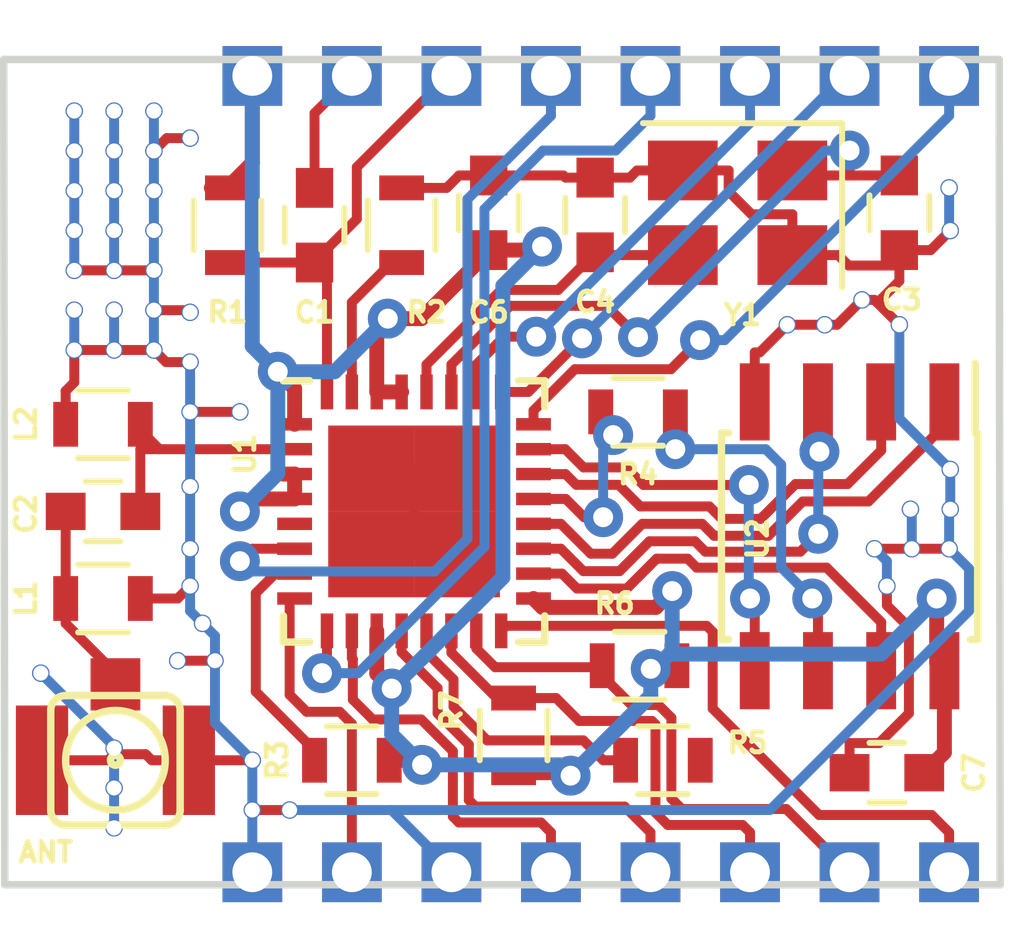
<source format=kicad_pcb>
(kicad_pcb (version 20171130) (host pcbnew "(5.1.12)-1")

  (general
    (thickness 1.6)
    (drawings 4)
    (tracks 420)
    (zones 0)
    (modules 87)
    (nets 31)
  )

  (page A4)
  (layers
    (0 F.Cu signal)
    (31 B.Cu signal)
    (32 B.Adhes user hide)
    (33 F.Adhes user hide)
    (34 B.Paste user)
    (35 F.Paste user)
    (36 B.SilkS user)
    (37 F.SilkS user)
    (38 B.Mask user)
    (39 F.Mask user)
    (40 Dwgs.User user)
    (41 Cmts.User user hide)
    (42 Eco1.User user hide)
    (43 Eco2.User user hide)
    (44 Edge.Cuts user)
    (45 Margin user hide)
    (46 B.CrtYd user hide)
    (47 F.CrtYd user hide)
    (48 B.Fab user hide)
    (49 F.Fab user hide)
  )

  (setup
    (last_trace_width 0.2)
    (trace_clearance 0.12)
    (zone_clearance 0.4)
    (zone_45_only no)
    (trace_min 0.2)
    (via_size 0.8)
    (via_drill 0.4)
    (via_min_size 0.4)
    (via_min_drill 0.3)
    (uvia_size 0.3)
    (uvia_drill 0.1)
    (uvias_allowed no)
    (uvia_min_size 0.2)
    (uvia_min_drill 0.1)
    (edge_width 0.15)
    (segment_width 0.2)
    (pcb_text_width 0.3)
    (pcb_text_size 1.5 1.5)
    (mod_edge_width 0.15)
    (mod_text_size 0.4 0.4)
    (mod_text_width 0.1)
    (pad_size 1.725 1.725)
    (pad_drill 0)
    (pad_to_mask_clearance 0.2)
    (aux_axis_origin 0 0)
    (visible_elements 7FFFFFFF)
    (pcbplotparams
      (layerselection 0x010fc_ffffffff)
      (usegerberextensions true)
      (usegerberattributes true)
      (usegerberadvancedattributes true)
      (creategerberjobfile true)
      (excludeedgelayer true)
      (linewidth 0.100000)
      (plotframeref false)
      (viasonmask false)
      (mode 1)
      (useauxorigin false)
      (hpglpennumber 1)
      (hpglpenspeed 20)
      (hpglpendiameter 15.000000)
      (psnegative false)
      (psa4output false)
      (plotreference true)
      (plotvalue true)
      (plotinvisibletext false)
      (padsonsilk false)
      (subtractmaskfromsilk true)
      (outputformat 1)
      (mirror false)
      (drillshape 0)
      (scaleselection 1)
      (outputdirectory "gerber/"))
  )

  (net 0 "")
  (net 1 GND)
  (net 2 /DTR)
  (net 3 /RESET)
  (net 4 /LNA)
  (net 5 "Net-(C3-Pad1)")
  (net 6 "Net-(C4-Pad1)")
  (net 7 +3V3)
  (net 8 "Net-(R2-Pad2)")
  (net 9 "Net-(R3-Pad2)")
  (net 10 "Net-(R4-Pad2)")
  (net 11 /SD_CLK)
  (net 12 "Net-(R5-Pad1)")
  (net 13 /SD_HD)
  (net 14 /SD_WP)
  (net 15 /SD_CS)
  (net 16 /SD_SO)
  (net 17 /SD_SI)
  (net 18 "Net-(ANT1-Pad1)")
  (net 19 /GPIO2)
  (net 20 /GPIO4)
  (net 21 /GPIO5)
  (net 22 /GPIO12)
  (net 23 /GPIO13)
  (net 24 /GPIO14)
  (net 25 /GPIO16)
  (net 26 /GPIO0)
  (net 27 /U0RX)
  (net 28 /U0TX)
  (net 29 /ADC)
  (net 30 "Net-(U1-Pad5)")

  (net_class Default "This is the default net class."
    (clearance 0.12)
    (trace_width 0.2)
    (via_dia 0.8)
    (via_drill 0.4)
    (uvia_dia 0.3)
    (uvia_drill 0.1)
    (add_net +3V3)
    (add_net /ADC)
    (add_net /DTR)
    (add_net /GPIO0)
    (add_net /GPIO12)
    (add_net /GPIO13)
    (add_net /GPIO14)
    (add_net /GPIO16)
    (add_net /GPIO2)
    (add_net /GPIO4)
    (add_net /GPIO5)
    (add_net /LNA)
    (add_net /RESET)
    (add_net /SD_CLK)
    (add_net /SD_CS)
    (add_net /SD_HD)
    (add_net /SD_SI)
    (add_net /SD_SO)
    (add_net /SD_WP)
    (add_net /U0RX)
    (add_net /U0TX)
    (add_net GND)
    (add_net "Net-(ANT1-Pad1)")
    (add_net "Net-(C3-Pad1)")
    (add_net "Net-(C4-Pad1)")
    (add_net "Net-(R2-Pad2)")
    (add_net "Net-(R3-Pad2)")
    (add_net "Net-(R4-Pad2)")
    (add_net "Net-(R5-Pad1)")
    (add_net "Net-(U1-Pad5)")
  )

  (module Crystals:Crystal_SMD_3225-4pin_3.2x2.5mm (layer F.Cu) (tedit 5A85680D) (tstamp 5A85642A)
    (at 127.5 66.25 180)
    (descr "SMD Crystal SERIES SMD3225/4 http://www.txccrystal.com/images/pdf/7m-accuracy.pdf, 3.2x2.5mm^2 package")
    (tags "SMD SMT crystal")
    (path /5A8413AA)
    (attr smd)
    (fp_text reference Y1 (at -0.1 -2.05 180) (layer F.SilkS)
      (effects (font (size 0.4 0.4) (thickness 0.1)))
    )
    (fp_text value 26MHz (at 0 2.45 180) (layer F.Fab)
      (effects (font (size 0.4 0.4) (thickness 0.1)))
    )
    (fp_line (start -1.6 -1.25) (end -1.6 1.25) (layer F.Fab) (width 0.1))
    (fp_line (start -1.6 1.25) (end 1.6 1.25) (layer F.Fab) (width 0.1))
    (fp_line (start 1.6 1.25) (end 1.6 -1.25) (layer F.Fab) (width 0.1))
    (fp_line (start 1.6 -1.25) (end -1.6 -1.25) (layer F.Fab) (width 0.1))
    (fp_line (start -1.6 0.25) (end -0.6 1.25) (layer F.Fab) (width 0.1))
    (fp_line (start -2.1 -1.5) (end -2.1 1.8) (layer F.SilkS) (width 0.12))
    (fp_line (start -2.1 1.8) (end 1.9 1.8) (layer F.SilkS) (width 0.12))
    (fp_line (start -2.1 -1.7) (end -2.1 1.7) (layer F.CrtYd) (width 0.05))
    (fp_line (start -2.1 1.7) (end 2.1 1.7) (layer F.CrtYd) (width 0.05))
    (fp_line (start 2.1 1.7) (end 2.1 -1.7) (layer F.CrtYd) (width 0.05))
    (fp_line (start 2.1 -1.7) (end -2.1 -1.7) (layer F.CrtYd) (width 0.05))
    (fp_text user %R (at 0 0 180) (layer F.Fab)
      (effects (font (size 0.7 0.7) (thickness 0.105)))
    )
    (pad 4 smd rect (at -1.1 -0.85 180) (size 1.4 1.2) (layers F.Cu F.Paste F.Mask)
      (net 1 GND))
    (pad 3 smd rect (at 1.1 -0.85 180) (size 1.4 1.2) (layers F.Cu F.Paste F.Mask)
      (net 6 "Net-(C4-Pad1)"))
    (pad 2 smd rect (at 1.1 0.85 180) (size 1.4 1.2) (layers F.Cu F.Paste F.Mask)
      (net 1 GND))
    (pad 1 smd rect (at -1.1 0.85 180) (size 1.4 1.2) (layers F.Cu F.Paste F.Mask)
      (net 5 "Net-(C3-Pad1)"))
    (model ${KIPRJMOD}/shapes3D/Crystal_3.2x2.5x1.0.stp
      (at (xyz 0 0 0))
      (scale (xyz 1 1 1))
      (rotate (xyz 0 0 -90))
    )
  )

  (module VIA_MATRIX (layer F.Cu) (tedit 5A84744B) (tstamp 5A8561CD)
    (at 116.5 68.25)
    (attr virtual)
    (fp_text reference V4_9_2 (at 0 0) (layer F.SilkS) hide
      (effects (font (size 0 0) (thickness 0.15)))
    )
    (fp_text value AUTO_VIA (at 0 0) (layer F.Fab) hide
      (effects (font (size 0 0) (thickness 0.15)))
    )
    (pad 1 thru_hole circle (at 0 0) (size 0.35 0.35) (drill 0.3) (layers *.Cu)
      (net 1 GND) (clearance 0.2) (zone_connect 2))
  )

  (module VIA_MATRIX (layer F.Cu) (tedit 5A84744B) (tstamp 5A8561B7)
    (at 116.5 71.75)
    (attr virtual)
    (fp_text reference V7_21_10 (at 0 0) (layer F.SilkS) hide
      (effects (font (size 0 0) (thickness 0.15)))
    )
    (fp_text value AUTO_VIA (at 0 0) (layer F.Fab) hide
      (effects (font (size 0 0) (thickness 0.15)))
    )
    (pad 1 thru_hole circle (at 0 0) (size 0.35 0.35) (drill 0.3) (layers *.Cu)
      (net 1 GND) (clearance 0.2) (zone_connect 2))
  )

  (module VIA_MATRIX (layer F.Cu) (tedit 5A84744B) (tstamp 5A8561AF)
    (at 116.5 73)
    (attr virtual)
    (fp_text reference V7_21_9 (at 0 0) (layer F.SilkS) hide
      (effects (font (size 0 0) (thickness 0.15)))
    )
    (fp_text value AUTO_VIA (at 0 0) (layer F.Fab) hide
      (effects (font (size 0 0) (thickness 0.15)))
    )
    (pad 1 thru_hole circle (at 0 0) (size 0.35 0.35) (drill 0.3) (layers *.Cu)
      (net 1 GND) (clearance 0.2) (zone_connect 2))
  )

  (module VIA_MATRIX (layer F.Cu) (tedit 5A84744B) (tstamp 5A8561A0)
    (at 113.5 75.5)
    (attr virtual)
    (fp_text reference V7_21_8 (at 0 0) (layer F.SilkS) hide
      (effects (font (size 0 0) (thickness 0.15)))
    )
    (fp_text value AUTO_VIA (at 0 0) (layer F.Fab) hide
      (effects (font (size 0 0) (thickness 0.15)))
    )
    (pad 1 thru_hole circle (at 0 0) (size 0.35 0.35) (drill 0.3) (layers *.Cu)
      (net 1 GND) (clearance 0.2) (zone_connect 2))
  )

  (module VIA_MATRIX (layer F.Cu) (tedit 5A84744B) (tstamp 5A856198)
    (at 116.5 73.75)
    (attr virtual)
    (fp_text reference V7_21_7 (at 0 0) (layer F.SilkS) hide
      (effects (font (size 0 0) (thickness 0.15)))
    )
    (fp_text value AUTO_VIA (at 0 0) (layer F.Fab) hide
      (effects (font (size 0 0) (thickness 0.15)))
    )
    (pad 1 thru_hole circle (at 0 0) (size 0.35 0.35) (drill 0.3) (layers *.Cu)
      (net 1 GND) (clearance 0.2) (zone_connect 2))
  )

  (module VIA_MATRIX (layer F.Cu) (tedit 5A84744B) (tstamp 5A85618B)
    (at 117 75.25)
    (attr virtual)
    (fp_text reference V7_21_6 (at 0 0) (layer F.SilkS) hide
      (effects (font (size 0 0) (thickness 0.15)))
    )
    (fp_text value AUTO_VIA (at 0 0) (layer F.Fab) hide
      (effects (font (size 0 0) (thickness 0.15)))
    )
    (pad 1 thru_hole circle (at 0 0) (size 0.35 0.35) (drill 0.3) (layers *.Cu)
      (net 1 GND) (clearance 0.2) (zone_connect 2))
  )

  (module VIA_MATRIX (layer F.Cu) (tedit 5A84744B) (tstamp 5A85617E)
    (at 116.75 74.5)
    (attr virtual)
    (fp_text reference V7_21_5 (at 0 0) (layer F.SilkS) hide
      (effects (font (size 0 0) (thickness 0.15)))
    )
    (fp_text value AUTO_VIA (at 0 0) (layer F.Fab) hide
      (effects (font (size 0 0) (thickness 0.15)))
    )
    (pad 1 thru_hole circle (at 0 0) (size 0.35 0.35) (drill 0.3) (layers *.Cu)
      (net 1 GND) (clearance 0.2) (zone_connect 2))
  )

  (module VIA_MATRIX (layer F.Cu) (tedit 5A84744B) (tstamp 5A856176)
    (at 116.25 75.25)
    (attr virtual)
    (fp_text reference V7_21_4 (at 0 0) (layer F.SilkS) hide
      (effects (font (size 0 0) (thickness 0.15)))
    )
    (fp_text value AUTO_VIA (at 0 0) (layer F.Fab) hide
      (effects (font (size 0 0) (thickness 0.15)))
    )
    (pad 1 thru_hole circle (at 0 0) (size 0.35 0.35) (drill 0.3) (layers *.Cu)
      (net 1 GND) (clearance 0.2) (zone_connect 2))
  )

  (module VIA_MATRIX (layer F.Cu) (tedit 5A84744B) (tstamp 5A85613B)
    (at 131.75 65.75)
    (attr virtual)
    (fp_text reference V22_9_5 (at 0 0) (layer F.SilkS) hide
      (effects (font (size 0 0) (thickness 0.15)))
    )
    (fp_text value AUTO_VIA (at 0 0) (layer F.Fab) hide
      (effects (font (size 0 0) (thickness 0.15)))
    )
    (pad 1 thru_hole circle (at 0 0) (size 0.35 0.35) (drill 0.3) (layers *.Cu)
      (net 1 GND) (clearance 0.2) (zone_connect 2))
  )

  (module VIA_MATRIX (layer F.Cu) (tedit 5A84744B) (tstamp 5A85612E)
    (at 130.75 68.5)
    (attr virtual)
    (fp_text reference V22_9_4 (at 0 0) (layer F.SilkS) hide
      (effects (font (size 0 0) (thickness 0.15)))
    )
    (fp_text value AUTO_VIA (at 0 0) (layer F.Fab) hide
      (effects (font (size 0 0) (thickness 0.15)))
    )
    (pad 1 thru_hole circle (at 0 0) (size 0.35 0.35) (drill 0.3) (layers *.Cu)
      (net 1 GND) (clearance 0.2) (zone_connect 2))
  )

  (module VIA_MATRIX (layer F.Cu) (tedit 5A84744B) (tstamp 5A856126)
    (at 129.25 68.5)
    (attr virtual)
    (fp_text reference V22_9_3 (at 0 0) (layer F.SilkS) hide
      (effects (font (size 0 0) (thickness 0.15)))
    )
    (fp_text value AUTO_VIA (at 0 0) (layer F.Fab) hide
      (effects (font (size 0 0) (thickness 0.15)))
    )
    (pad 1 thru_hole circle (at 0 0) (size 0.35 0.35) (drill 0.3) (layers *.Cu)
      (net 1 GND) (clearance 0.2) (zone_connect 2))
  )

  (module VIA_MATRIX (layer F.Cu) (tedit 5A84744B) (tstamp 5A85611E)
    (at 128.5 68.5)
    (attr virtual)
    (fp_text reference V22_9_2 (at 0 0) (layer F.SilkS) hide
      (effects (font (size 0 0) (thickness 0.15)))
    )
    (fp_text value AUTO_VIA (at 0 0) (layer F.Fab) hide
      (effects (font (size 0 0) (thickness 0.15)))
    )
    (pad 1 thru_hole circle (at 0 0) (size 0.35 0.35) (drill 0.3) (layers *.Cu)
      (net 1 GND) (clearance 0.2) (zone_connect 2))
  )

  (module VIA_MATRIX (layer F.Cu) (tedit 5A84744B) (tstamp 5A8560D5)
    (at 116.5 64.75)
    (attr virtual)
    (fp_text reference V4_5_2 (at 0 0) (layer F.SilkS) hide
      (effects (font (size 0 0) (thickness 0.15)))
    )
    (fp_text value AUTO_VIA (at 0 0) (layer F.Fab) hide
      (effects (font (size 0 0) (thickness 0.15)))
    )
    (pad 1 thru_hole circle (at 0 0) (size 0.35 0.35) (drill 0.3) (layers *.Cu)
      (net 1 GND) (clearance 0.2) (zone_connect 2))
  )

  (module VIA_MATRIX (layer F.Cu) (tedit 5A84744B) (tstamp 5A8560B8)
    (at 116.5 69.25)
    (attr virtual)
    (fp_text reference V5_11_3 (at 0 0) (layer F.SilkS) hide
      (effects (font (size 0 0) (thickness 0.15)))
    )
    (fp_text value AUTO_VIA (at 0 0) (layer F.Fab) hide
      (effects (font (size 0 0) (thickness 0.15)))
    )
    (pad 1 thru_hole circle (at 0 0) (size 0.35 0.35) (drill 0.3) (layers *.Cu)
      (net 1 GND) (clearance 0.2) (zone_connect 2))
  )

  (module VIA_MATRIX (layer F.Cu) (tedit 5A84744B) (tstamp 5A8560A8)
    (at 116.5 70.25)
    (attr virtual)
    (fp_text reference V5_11_2 (at 0 0) (layer F.SilkS) hide
      (effects (font (size 0 0) (thickness 0.15)))
    )
    (fp_text value AUTO_VIA (at 0 0) (layer F.Fab) hide
      (effects (font (size 0 0) (thickness 0.15)))
    )
    (pad 1 thru_hole circle (at 0 0) (size 0.35 0.35) (drill 0.3) (layers *.Cu)
      (net 1 GND) (clearance 0.2) (zone_connect 2))
  )

  (module VIA_MATRIX (layer F.Cu) (tedit 5A84744B) (tstamp 5A8560A0)
    (at 117.5 70.25)
    (attr virtual)
    (fp_text reference V5_11 (at 0 0) (layer F.SilkS) hide
      (effects (font (size 0 0) (thickness 0.15)))
    )
    (fp_text value AUTO_VIA (at 0 0) (layer F.Fab) hide
      (effects (font (size 0 0) (thickness 0.15)))
    )
    (pad 1 thru_hole circle (at 0 0) (size 0.35 0.35) (drill 0.3) (layers *.Cu)
      (net 1 GND) (clearance 0.2) (zone_connect 2))
  )

  (module VIA_MATRIX (layer F.Cu) (tedit 5A84744B) (tstamp 5A8560F5)
    (at 118.5 78.25)
    (attr virtual)
    (fp_text reference V7_21_3 (at 0 0) (layer F.SilkS) hide
      (effects (font (size 0 0) (thickness 0.15)))
    )
    (fp_text value AUTO_VIA (at 0 0) (layer F.Fab) hide
      (effects (font (size 0 0) (thickness 0.15)))
    )
    (pad 1 thru_hole circle (at 0 0) (size 0.35 0.35) (drill 0.3) (layers *.Cu)
      (net 1 GND) (clearance 0.2) (zone_connect 2))
  )

  (module VIA_MATRIX (layer F.Cu) (tedit 5A84744B) (tstamp 5A856079)
    (at 117.75 78.25)
    (attr virtual)
    (fp_text reference V7_21_2 (at 0 0) (layer F.SilkS) hide
      (effects (font (size 0 0) (thickness 0.15)))
    )
    (fp_text value AUTO_VIA (at 0 0) (layer F.Fab) hide
      (effects (font (size 0 0) (thickness 0.15)))
    )
    (pad 1 thru_hole circle (at 0 0) (size 0.35 0.35) (drill 0.3) (layers *.Cu)
      (net 1 GND) (clearance 0.2) (zone_connect 2))
  )

  (module VIA_MATRIX (layer F.Cu) (tedit 5A84744B) (tstamp 5A856069)
    (at 117.75 77.25)
    (attr virtual)
    (fp_text reference V7_21 (at 0 0) (layer F.SilkS) hide
      (effects (font (size 0 0) (thickness 0.15)))
    )
    (fp_text value AUTO_VIA (at 0 0) (layer F.Fab) hide
      (effects (font (size 0 0) (thickness 0.15)))
    )
    (pad 1 thru_hole circle (at 0 0) (size 0.35 0.35) (drill 0.3) (layers *.Cu)
      (net 1 GND) (clearance 0.2) (zone_connect 2))
  )

  (module VIA_MATRIX (layer F.Cu) (tedit 5A84744B) (tstamp 5A855FCA)
    (at 130.5 73.75)
    (attr virtual)
    (fp_text reference V23_14_5 (at 0 0) (layer F.SilkS) hide
      (effects (font (size 0 0) (thickness 0.15)))
    )
    (fp_text value AUTO_VIA (at 0 0) (layer F.Fab) hide
      (effects (font (size 0 0) (thickness 0.15)))
    )
    (pad 1 thru_hole circle (at 0 0) (size 0.35 0.35) (drill 0.3) (layers *.Cu)
      (net 1 GND) (clearance 0.2) (zone_connect 2))
  )

  (module VIA_MATRIX (layer F.Cu) (tedit 5A84744B) (tstamp 5A855FC2)
    (at 131.75 73)
    (attr virtual)
    (fp_text reference V23_14_4 (at 0 0) (layer F.SilkS) hide
      (effects (font (size 0 0) (thickness 0.15)))
    )
    (fp_text value AUTO_VIA (at 0 0) (layer F.Fab) hide
      (effects (font (size 0 0) (thickness 0.15)))
    )
    (pad 1 thru_hole circle (at 0 0) (size 0.35 0.35) (drill 0.3) (layers *.Cu)
      (net 1 GND) (clearance 0.2) (zone_connect 2))
  )

  (module VIA_MATRIX (layer F.Cu) (tedit 5A84744B) (tstamp 5A855FBA)
    (at 131 73)
    (attr virtual)
    (fp_text reference V23_14_3 (at 0 0) (layer F.SilkS) hide
      (effects (font (size 0 0) (thickness 0.15)))
    )
    (fp_text value AUTO_VIA (at 0 0) (layer F.Fab) hide
      (effects (font (size 0 0) (thickness 0.15)))
    )
    (pad 1 thru_hole circle (at 0 0) (size 0.35 0.35) (drill 0.3) (layers *.Cu)
      (net 1 GND) (clearance 0.2) (zone_connect 2))
  )

  (module VIA_MATRIX (layer F.Cu) (tedit 5A84744B) (tstamp 5A855FB2)
    (at 130.25 73)
    (attr virtual)
    (fp_text reference V23_14_2 (at 0 0) (layer F.SilkS) hide
      (effects (font (size 0 0) (thickness 0.15)))
    )
    (fp_text value AUTO_VIA (at 0 0) (layer F.Fab) hide
      (effects (font (size 0 0) (thickness 0.15)))
    )
    (pad 1 thru_hole circle (at 0 0) (size 0.35 0.35) (drill 0.3) (layers *.Cu)
      (net 1 GND) (clearance 0.2) (zone_connect 2))
  )

  (module Pin_Headers:Pin_Header_Straight_1x01_Pitch2.00mm (layer F.Cu) (tedit 5A844FC5) (tstamp 5A842F38)
    (at 131.75 79.5)
    (descr "Through hole straight pin header, 1x01, 2.00mm pitch, single row")
    (tags "Through hole pin header THT 1x01 2.00mm single row")
    (path /5A84210A)
    (fp_text reference J2 (at 0 -2.06) (layer F.SilkS) hide
      (effects (font (size 0.4 0.4) (thickness 0.1)))
    )
    (fp_text value Conn_01x01 (at 0 2.06) (layer F.Fab)
      (effects (font (size 0.4 0.4) (thickness 0.1)))
    )
    (fp_line (start 1.5 -1.5) (end -1.5 -1.5) (layer F.CrtYd) (width 0.05))
    (fp_line (start 1.5 1.5) (end 1.5 -1.5) (layer F.CrtYd) (width 0.05))
    (fp_line (start -1.5 1.5) (end 1.5 1.5) (layer F.CrtYd) (width 0.05))
    (fp_line (start -1.5 -1.5) (end -1.5 1.5) (layer F.CrtYd) (width 0.05))
    (fp_line (start -1 -0.5) (end -0.5 -1) (layer F.Fab) (width 0.1))
    (fp_line (start -1 1) (end -1 -0.5) (layer F.Fab) (width 0.1))
    (fp_line (start 1 1) (end -1 1) (layer F.Fab) (width 0.1))
    (fp_line (start 1 -1) (end 1 1) (layer F.Fab) (width 0.1))
    (fp_line (start -0.5 -1) (end 1 -1) (layer F.Fab) (width 0.1))
    (fp_text user %R (at 0 0 90) (layer F.Fab)
      (effects (font (size 1 1) (thickness 0.15)))
    )
    (pad 1 thru_hole rect (at 0 0) (size 1.2 1.2) (drill 0.8) (layers *.Cu *.Mask)
      (net 20 /GPIO4))
  )

  (module Pin_Headers:Pin_Header_Straight_1x01_Pitch2.00mm (layer F.Cu) (tedit 5A844FB2) (tstamp 5A931B0A)
    (at 129.75 79.5)
    (descr "Through hole straight pin header, 1x01, 2.00mm pitch, single row")
    (tags "Through hole pin header THT 1x01 2.00mm single row")
    (path /5A8425DC)
    (fp_text reference J8 (at 0 -2.06) (layer F.SilkS) hide
      (effects (font (size 0.4 0.4) (thickness 0.1)))
    )
    (fp_text value Conn_01x01 (at 0 2.06) (layer F.Fab)
      (effects (font (size 0.4 0.4) (thickness 0.1)))
    )
    (fp_line (start 1.5 -1.5) (end -1.5 -1.5) (layer F.CrtYd) (width 0.05))
    (fp_line (start 1.5 1.5) (end 1.5 -1.5) (layer F.CrtYd) (width 0.05))
    (fp_line (start -1.5 1.5) (end 1.5 1.5) (layer F.CrtYd) (width 0.05))
    (fp_line (start -1.5 -1.5) (end -1.5 1.5) (layer F.CrtYd) (width 0.05))
    (fp_line (start -1 -0.5) (end -0.5 -1) (layer F.Fab) (width 0.1))
    (fp_line (start -1 1) (end -1 -0.5) (layer F.Fab) (width 0.1))
    (fp_line (start 1 1) (end -1 1) (layer F.Fab) (width 0.1))
    (fp_line (start 1 -1) (end 1 1) (layer F.Fab) (width 0.1))
    (fp_line (start -0.5 -1) (end 1 -1) (layer F.Fab) (width 0.1))
    (fp_text user %R (at 0 0 90) (layer F.Fab)
      (effects (font (size 1 1) (thickness 0.15)))
    )
    (pad 1 thru_hole rect (at 0 0) (size 1.2 1.2) (drill 0.8) (layers *.Cu *.Mask)
      (net 26 /GPIO0))
  )

  (module Pin_Headers:Pin_Header_Straight_1x01_Pitch2.00mm (layer F.Cu) (tedit 5A844FA2) (tstamp 5A931A77)
    (at 127.75 79.5)
    (descr "Through hole straight pin header, 1x01, 2.00mm pitch, single row")
    (tags "Through hole pin header THT 1x01 2.00mm single row")
    (path /5A8417CE)
    (fp_text reference J1 (at 0 -2.06) (layer F.SilkS) hide
      (effects (font (size 0.4 0.4) (thickness 0.1)))
    )
    (fp_text value Conn_01x01 (at 0 2.06) (layer F.Fab)
      (effects (font (size 0.4 0.4) (thickness 0.1)))
    )
    (fp_line (start -0.5 -1) (end 1 -1) (layer F.Fab) (width 0.1))
    (fp_line (start 1 -1) (end 1 1) (layer F.Fab) (width 0.1))
    (fp_line (start 1 1) (end -1 1) (layer F.Fab) (width 0.1))
    (fp_line (start -1 1) (end -1 -0.5) (layer F.Fab) (width 0.1))
    (fp_line (start -1 -0.5) (end -0.5 -1) (layer F.Fab) (width 0.1))
    (fp_line (start -1.5 -1.5) (end -1.5 1.5) (layer F.CrtYd) (width 0.05))
    (fp_line (start -1.5 1.5) (end 1.5 1.5) (layer F.CrtYd) (width 0.05))
    (fp_line (start 1.5 1.5) (end 1.5 -1.5) (layer F.CrtYd) (width 0.05))
    (fp_line (start 1.5 -1.5) (end -1.5 -1.5) (layer F.CrtYd) (width 0.05))
    (fp_text user %R (at 0 0 90) (layer F.Fab)
      (effects (font (size 1 1) (thickness 0.15)))
    )
    (pad 1 thru_hole rect (at 0 0) (size 1.2 1.2) (drill 0.8) (layers *.Cu *.Mask)
      (net 19 /GPIO2))
  )

  (module Pin_Headers:Pin_Header_Straight_1x01_Pitch2.00mm (layer F.Cu) (tedit 5A844F96) (tstamp 5A931ACB)
    (at 125.75 79.5)
    (descr "Through hole straight pin header, 1x01, 2.00mm pitch, single row")
    (tags "Through hole pin header THT 1x01 2.00mm single row")
    (path /5A8421C4)
    (fp_text reference J5 (at 0 -2.06) (layer F.SilkS) hide
      (effects (font (size 0.4 0.4) (thickness 0.1)))
    )
    (fp_text value Conn_01x01 (at 0 2.06) (layer F.Fab)
      (effects (font (size 0.4 0.4) (thickness 0.1)))
    )
    (fp_line (start -0.5 -1) (end 1 -1) (layer F.Fab) (width 0.1))
    (fp_line (start 1 -1) (end 1 1) (layer F.Fab) (width 0.1))
    (fp_line (start -1 1) (end -1 -0.5) (layer F.Fab) (width 0.1))
    (fp_line (start -1 -0.5) (end -0.5 -1) (layer F.Fab) (width 0.1))
    (fp_line (start -1.5 -1.5) (end -1.5 1.5) (layer F.CrtYd) (width 0.05))
    (fp_line (start -1.5 1.5) (end 1.5 1.5) (layer F.CrtYd) (width 0.05))
    (fp_line (start 1.5 1.5) (end 1.5 -1.5) (layer F.CrtYd) (width 0.05))
    (fp_line (start 1.5 -1.5) (end -1.5 -1.5) (layer F.CrtYd) (width 0.05))
    (fp_text user %R (at 0 0 90) (layer F.Fab)
      (effects (font (size 1 1) (thickness 0.15)))
    )
    (pad 1 thru_hole rect (at 0 0) (size 1.2 1.2) (drill 0.8) (layers *.Cu *.Mask)
      (net 23 /GPIO13))
  )

  (module Pin_Headers:Pin_Header_Straight_1x01_Pitch2.00mm (layer F.Cu) (tedit 5A844F82) (tstamp 5A931AB6)
    (at 123.75 79.5)
    (descr "Through hole straight pin header, 1x01, 2.00mm pitch, single row")
    (tags "Through hole pin header THT 1x01 2.00mm single row")
    (path /5A842184)
    (fp_text reference J4 (at 0 -2.06) (layer F.SilkS) hide
      (effects (font (size 0.4 0.4) (thickness 0.1)))
    )
    (fp_text value Conn_01x01 (at 0 2.06) (layer F.Fab)
      (effects (font (size 0.4 0.4) (thickness 0.1)))
    )
    (fp_line (start 1.5 -1.5) (end -1.5 -1.5) (layer F.CrtYd) (width 0.05))
    (fp_line (start 1.5 1.5) (end 1.5 -1.5) (layer F.CrtYd) (width 0.05))
    (fp_line (start -1.5 1.5) (end 1.5 1.5) (layer F.CrtYd) (width 0.05))
    (fp_line (start -1.5 -1.5) (end -1.5 1.5) (layer F.CrtYd) (width 0.05))
    (fp_line (start -1 -0.5) (end -0.5 -1) (layer F.Fab) (width 0.1))
    (fp_line (start -1 1) (end -1 -0.5) (layer F.Fab) (width 0.1))
    (fp_line (start 1 1) (end -1 1) (layer F.Fab) (width 0.1))
    (fp_line (start 1 -1) (end 1 1) (layer F.Fab) (width 0.1))
    (fp_line (start -0.5 -1) (end 1 -1) (layer F.Fab) (width 0.1))
    (fp_text user %R (at 0 0 90) (layer F.Fab)
      (effects (font (size 1 1) (thickness 0.15)))
    )
    (pad 1 thru_hole rect (at 0 0) (size 1.2 1.2) (drill 0.8) (layers *.Cu *.Mask)
      (net 22 /GPIO12))
  )

  (module Pin_Headers:Pin_Header_Straight_1x01_Pitch2.00mm (layer F.Cu) (tedit 5A844F70) (tstamp 5A931BB2)
    (at 121.75 79.5)
    (descr "Through hole straight pin header, 1x01, 2.00mm pitch, single row")
    (tags "Through hole pin header THT 1x01 2.00mm single row")
    (path /5A846458)
    (fp_text reference J16 (at 0 -2.06) (layer F.SilkS) hide
      (effects (font (size 0.4 0.4) (thickness 0.1)))
    )
    (fp_text value Conn_01x01 (at 0 2.06) (layer F.Fab)
      (effects (font (size 0.4 0.4) (thickness 0.1)))
    )
    (fp_line (start -0.5 -1) (end 1 -1) (layer F.Fab) (width 0.1))
    (fp_line (start -1 1) (end -1 -0.5) (layer F.Fab) (width 0.1))
    (fp_line (start -1 -0.5) (end -0.5 -1) (layer F.Fab) (width 0.1))
    (fp_line (start -1.5 -1.5) (end -1.5 1.5) (layer F.CrtYd) (width 0.05))
    (fp_line (start -1.5 1.5) (end 1.5 1.5) (layer F.CrtYd) (width 0.05))
    (fp_line (start 1.5 1.5) (end 1.5 -1.5) (layer F.CrtYd) (width 0.05))
    (fp_line (start 1.5 -1.5) (end -1.5 -1.5) (layer F.CrtYd) (width 0.05))
    (fp_text user %R (at 0 0 90) (layer F.Fab)
      (effects (font (size 1 1) (thickness 0.15)))
    )
    (pad 1 thru_hole rect (at 0 0) (size 1.2 1.2) (drill 0.8) (layers *.Cu *.Mask)
      (net 1 GND))
  )

  (module Pin_Headers:Pin_Header_Straight_1x01_Pitch2.00mm (layer F.Cu) (tedit 5A844F5D) (tstamp 5A933257)
    (at 119.75 79.5)
    (descr "Through hole straight pin header, 1x01, 2.00mm pitch, single row")
    (tags "Through hole pin header THT 1x01 2.00mm single row")
    (path /5A842594)
    (fp_text reference J7 (at 0 -2.06) (layer F.SilkS) hide
      (effects (font (size 0.4 0.4) (thickness 0.1)))
    )
    (fp_text value Conn_01x01 (at 0 2.06) (layer F.Fab)
      (effects (font (size 0.4 0.4) (thickness 0.1)))
    )
    (fp_line (start -0.5 -1) (end 1 -1) (layer F.Fab) (width 0.1))
    (fp_line (start 1 -1) (end 1 1) (layer F.Fab) (width 0.1))
    (fp_line (start -1 1) (end -1 -0.5) (layer F.Fab) (width 0.1))
    (fp_line (start -1 -0.5) (end -0.5 -1) (layer F.Fab) (width 0.1))
    (fp_line (start -1.5 -1.5) (end -1.5 1.5) (layer F.CrtYd) (width 0.05))
    (fp_line (start -1.5 1.5) (end 1.5 1.5) (layer F.CrtYd) (width 0.05))
    (fp_line (start 1.5 1.5) (end 1.5 -1.5) (layer F.CrtYd) (width 0.05))
    (fp_line (start 1.5 -1.5) (end -1.5 -1.5) (layer F.CrtYd) (width 0.05))
    (fp_text user %R (at 0 0 90) (layer F.Fab)
      (effects (font (size 1 1) (thickness 0.15)))
    )
    (pad 1 thru_hole rect (at 0 0) (size 1.2 1.2) (drill 0.8) (layers *.Cu *.Mask)
      (net 25 /GPIO16))
  )

  (module Pin_Headers:Pin_Header_Straight_1x01_Pitch2.00mm (layer F.Cu) (tedit 5A844F43) (tstamp 5A931B5E)
    (at 117.75 79.5)
    (descr "Through hole straight pin header, 1x01, 2.00mm pitch, single row")
    (tags "Through hole pin header THT 1x01 2.00mm single row")
    (path /5A844DA9)
    (fp_text reference J12 (at 0 -2.06) (layer F.SilkS) hide
      (effects (font (size 0.4 0.4) (thickness 0.1)))
    )
    (fp_text value Conn_01x01 (at 0 2.06) (layer F.Fab)
      (effects (font (size 0.4 0.4) (thickness 0.1)))
    )
    (fp_line (start 1.5 -1.5) (end -1.5 -1.5) (layer F.CrtYd) (width 0.05))
    (fp_line (start 1.5 1.5) (end 1.5 -1.5) (layer F.CrtYd) (width 0.05))
    (fp_line (start -1.5 1.5) (end 1.5 1.5) (layer F.CrtYd) (width 0.05))
    (fp_line (start -1.5 -1.5) (end -1.5 1.5) (layer F.CrtYd) (width 0.05))
    (fp_line (start -1 -0.5) (end -0.5 -1) (layer F.Fab) (width 0.1))
    (fp_line (start -1 1) (end -1 -0.5) (layer F.Fab) (width 0.1))
    (fp_line (start 1 1) (end -1 1) (layer F.Fab) (width 0.1))
    (fp_line (start 1 -1) (end 1 1) (layer F.Fab) (width 0.1))
    (fp_line (start -0.5 -1) (end 1 -1) (layer F.Fab) (width 0.1))
    (fp_text user %R (at 0 0 90) (layer F.Fab)
      (effects (font (size 1 1) (thickness 0.15)))
    )
    (pad 1 thru_hole rect (at 0 0) (size 1.2 1.2) (drill 0.8) (layers *.Cu *.Mask)
      (net 1 GND))
  )

  (module Pin_Headers:Pin_Header_Straight_1x01_Pitch2.00mm (layer F.Cu) (tedit 5A844F25) (tstamp 5A933167)
    (at 131.75 63.5)
    (descr "Through hole straight pin header, 1x01, 2.00mm pitch, single row")
    (tags "Through hole pin header THT 1x01 2.00mm single row")
    (path /5A842146)
    (fp_text reference J3 (at 0 -2.06) (layer F.SilkS) hide
      (effects (font (size 0.4 0.4) (thickness 0.1)))
    )
    (fp_text value Conn_01x01 (at 0 2.06) (layer F.Fab)
      (effects (font (size 0.4 0.4) (thickness 0.1)))
    )
    (fp_line (start 1.5 -1.5) (end -1.5 -1.5) (layer F.CrtYd) (width 0.05))
    (fp_line (start 1.5 1.5) (end 1.5 -1.5) (layer F.CrtYd) (width 0.05))
    (fp_line (start -1.5 1.5) (end 1.5 1.5) (layer F.CrtYd) (width 0.05))
    (fp_line (start -1.5 -1.5) (end -1.5 1.5) (layer F.CrtYd) (width 0.05))
    (fp_line (start -1 -0.5) (end -0.5 -1) (layer F.Fab) (width 0.1))
    (fp_line (start -1 1) (end -1 -0.5) (layer F.Fab) (width 0.1))
    (fp_line (start 1 1) (end -1 1) (layer F.Fab) (width 0.1))
    (fp_line (start 1 -1) (end 1 1) (layer F.Fab) (width 0.1))
    (fp_line (start -0.5 -1) (end 1 -1) (layer F.Fab) (width 0.1))
    (fp_text user %R (at 0 0 90) (layer F.Fab)
      (effects (font (size 1 1) (thickness 0.15)))
    )
    (pad 1 thru_hole rect (at 0 0) (size 1.2 1.2) (drill 0.8) (layers *.Cu *.Mask)
      (net 21 /GPIO5))
  )

  (module Pin_Headers:Pin_Header_Straight_1x01_Pitch2.00mm (layer F.Cu) (tedit 5A844F0A) (tstamp 5A9331A3)
    (at 129.75 63.5)
    (descr "Through hole straight pin header, 1x01, 2.00mm pitch, single row")
    (tags "Through hole pin header THT 1x01 2.00mm single row")
    (path /5A8456FB)
    (fp_text reference J14 (at 0 -2.06) (layer F.SilkS) hide
      (effects (font (size 0.4 0.4) (thickness 0.1)))
    )
    (fp_text value Conn_01x01 (at 0 2.06) (layer F.Fab)
      (effects (font (size 0.4 0.4) (thickness 0.1)))
    )
    (fp_line (start 1.5 -1.5) (end -1.5 -1.5) (layer F.CrtYd) (width 0.05))
    (fp_line (start 1.5 1.5) (end 1.5 -1.5) (layer F.CrtYd) (width 0.05))
    (fp_line (start -1.5 1.5) (end 1.5 1.5) (layer F.CrtYd) (width 0.05))
    (fp_line (start -1.5 -1.5) (end -1.5 1.5) (layer F.CrtYd) (width 0.05))
    (fp_line (start -1 -0.5) (end -0.5 -1) (layer F.Fab) (width 0.1))
    (fp_line (start -1 1) (end -1 -0.5) (layer F.Fab) (width 0.1))
    (fp_line (start 1 1) (end -1 1) (layer F.Fab) (width 0.1))
    (fp_line (start 1 -1) (end 1 1) (layer F.Fab) (width 0.1))
    (fp_line (start -0.5 -1) (end 1 -1) (layer F.Fab) (width 0.1))
    (fp_text user %R (at 0 0 90) (layer F.Fab)
      (effects (font (size 1 1) (thickness 0.15)))
    )
    (pad 1 thru_hole rect (at 0 0) (size 1.2 1.2) (drill 0.8) (layers *.Cu *.Mask)
      (net 28 /U0TX))
  )

  (module Pin_Headers:Pin_Header_Straight_1x01_Pitch2.00mm (layer F.Cu) (tedit 5A844EF3) (tstamp 5A9331DF)
    (at 127.75 63.5)
    (descr "Through hole straight pin header, 1x01, 2.00mm pitch, single row")
    (tags "Through hole pin header THT 1x01 2.00mm single row")
    (path /5A8456A9)
    (fp_text reference J11 (at 0 -2.06) (layer F.SilkS) hide
      (effects (font (size 0.4 0.4) (thickness 0.1)))
    )
    (fp_text value Conn_01x01 (at 0 2.06) (layer F.Fab)
      (effects (font (size 0.4 0.4) (thickness 0.1)))
    )
    (fp_line (start -0.5 -1) (end 1 -1) (layer F.Fab) (width 0.1))
    (fp_line (start 1 -1) (end 1 1) (layer F.Fab) (width 0.1))
    (fp_line (start 1 1) (end -1 1) (layer F.Fab) (width 0.1))
    (fp_line (start -1 1) (end -1 -0.5) (layer F.Fab) (width 0.1))
    (fp_line (start -1 -0.5) (end -0.5 -1) (layer F.Fab) (width 0.1))
    (fp_line (start -1.5 -1.5) (end -1.5 1.5) (layer F.CrtYd) (width 0.05))
    (fp_line (start -1.5 1.5) (end 1.5 1.5) (layer F.CrtYd) (width 0.05))
    (fp_line (start 1.5 1.5) (end 1.5 -1.5) (layer F.CrtYd) (width 0.05))
    (fp_line (start 1.5 -1.5) (end -1.5 -1.5) (layer F.CrtYd) (width 0.05))
    (fp_text user %R (at 0 0 90) (layer F.Fab)
      (effects (font (size 1 1) (thickness 0.15)))
    )
    (pad 1 thru_hole rect (at 0 0) (size 1.2 1.2) (drill 0.8) (layers *.Cu *.Mask)
      (net 27 /U0RX))
  )

  (module Pin_Headers:Pin_Header_Straight_1x01_Pitch2.00mm (layer F.Cu) (tedit 5A844EDD) (tstamp 5A93321B)
    (at 125.75 63.5)
    (descr "Through hole straight pin header, 1x01, 2.00mm pitch, single row")
    (tags "Through hole pin header THT 1x01 2.00mm single row")
    (path /5A84254C)
    (fp_text reference J6 (at 0 -2.06) (layer F.SilkS) hide
      (effects (font (size 0.4 0.4) (thickness 0.1)))
    )
    (fp_text value Conn_01x01 (at 0 2.06) (layer F.Fab)
      (effects (font (size 0.4 0.4) (thickness 0.1)))
    )
    (fp_line (start 1.5 -1.5) (end -1.5 -1.5) (layer F.CrtYd) (width 0.05))
    (fp_line (start 1.5 1.5) (end 1.5 -1.5) (layer F.CrtYd) (width 0.05))
    (fp_line (start -1.5 1.5) (end 1.5 1.5) (layer F.CrtYd) (width 0.05))
    (fp_line (start -1.5 -1.5) (end -1.5 1.5) (layer F.CrtYd) (width 0.05))
    (fp_line (start -1 -0.5) (end -0.5 -1) (layer F.Fab) (width 0.1))
    (fp_line (start -1 1) (end -1 -0.5) (layer F.Fab) (width 0.1))
    (fp_line (start 1 1) (end -1 1) (layer F.Fab) (width 0.1))
    (fp_line (start 1 -1) (end 1 1) (layer F.Fab) (width 0.1))
    (fp_line (start -0.5 -1) (end 1 -1) (layer F.Fab) (width 0.1))
    (fp_text user %R (at 0 0 90) (layer F.Fab)
      (effects (font (size 1 1) (thickness 0.15)))
    )
    (pad 1 thru_hole rect (at 0 0) (size 1.2 1.2) (drill 0.8) (layers *.Cu *.Mask)
      (net 24 /GPIO14))
  )

  (module Pin_Headers:Pin_Header_Straight_1x01_Pitch2.00mm (layer F.Cu) (tedit 5A844ECC) (tstamp 5A931B9D)
    (at 123.75 63.5)
    (descr "Through hole straight pin header, 1x01, 2.00mm pitch, single row")
    (tags "Through hole pin header THT 1x01 2.00mm single row")
    (path /5A84631A)
    (fp_text reference J15 (at 0 -2.06) (layer F.SilkS) hide
      (effects (font (size 0.4 0.4) (thickness 0.1)))
    )
    (fp_text value Conn_01x01 (at 0 2.06) (layer F.Fab)
      (effects (font (size 0.4 0.4) (thickness 0.1)))
    )
    (fp_line (start -0.5 -1) (end 1 -1) (layer F.Fab) (width 0.1))
    (fp_line (start 1 -1) (end 1 1) (layer F.Fab) (width 0.1))
    (fp_line (start -1 1) (end -1 -0.5) (layer F.Fab) (width 0.1))
    (fp_line (start -1 -0.5) (end -0.5 -1) (layer F.Fab) (width 0.1))
    (fp_line (start -1.5 -1.5) (end -1.5 1.5) (layer F.CrtYd) (width 0.05))
    (fp_line (start -1.5 1.5) (end 1.5 1.5) (layer F.CrtYd) (width 0.05))
    (fp_line (start 1.5 1.5) (end 1.5 -1.5) (layer F.CrtYd) (width 0.05))
    (fp_line (start 1.5 -1.5) (end -1.5 -1.5) (layer F.CrtYd) (width 0.05))
    (fp_text user %R (at 0 0 90) (layer F.Fab)
      (effects (font (size 1 1) (thickness 0.15)))
    )
    (pad 1 thru_hole rect (at 0 0) (size 1.2 1.2) (drill 0.8) (layers *.Cu *.Mask)
      (net 29 /ADC))
  )

  (module Pin_Headers:Pin_Header_Straight_1x01_Pitch2.00mm (layer F.Cu) (tedit 5A844EB4) (tstamp 5A93312B)
    (at 119.75 63.5)
    (descr "Through hole straight pin header, 1x01, 2.00mm pitch, single row")
    (tags "Through hole pin header THT 1x01 2.00mm single row")
    (path /5A845139)
    (fp_text reference J13 (at 0 -2.06) (layer F.SilkS) hide
      (effects (font (size 0.4 0.4) (thickness 0.1)))
    )
    (fp_text value Conn_01x01 (at 0 2.06) (layer F.Fab)
      (effects (font (size 0.4 0.4) (thickness 0.1)))
    )
    (fp_line (start 1.5 -1.5) (end -1.5 -1.5) (layer F.CrtYd) (width 0.05))
    (fp_line (start 1.5 1.5) (end 1.5 -1.5) (layer F.CrtYd) (width 0.05))
    (fp_line (start -1.5 1.5) (end 1.5 1.5) (layer F.CrtYd) (width 0.05))
    (fp_line (start -1.5 -1.5) (end -1.5 1.5) (layer F.CrtYd) (width 0.05))
    (fp_line (start -1 -0.5) (end -0.5 -1) (layer F.Fab) (width 0.1))
    (fp_line (start -1 1) (end -1 -0.5) (layer F.Fab) (width 0.1))
    (fp_line (start 1 1) (end -1 1) (layer F.Fab) (width 0.1))
    (fp_line (start 1 -1) (end 1 1) (layer F.Fab) (width 0.1))
    (fp_line (start -0.5 -1) (end 1 -1) (layer F.Fab) (width 0.1))
    (fp_text user %R (at 0 0 90) (layer F.Fab)
      (effects (font (size 1 1) (thickness 0.15)))
    )
    (pad 1 thru_hole rect (at 0 0) (size 1.2 1.2) (drill 0.8) (layers *.Cu *.Mask)
      (net 2 /DTR))
  )

  (module Pin_Headers:Pin_Header_Straight_1x01_Pitch2.00mm (layer F.Cu) (tedit 5A844E92) (tstamp 5A933293)
    (at 121.75 63.5)
    (descr "Through hole straight pin header, 1x01, 2.00mm pitch, single row")
    (tags "Through hole pin header THT 1x01 2.00mm single row")
    (path /5A8450EB)
    (fp_text reference J10 (at 0 -2.06) (layer F.SilkS) hide
      (effects (font (size 0.4 0.4) (thickness 0.1)))
    )
    (fp_text value Conn_01x01 (at 0 2.06) (layer F.Fab)
      (effects (font (size 0.4 0.4) (thickness 0.1)))
    )
    (fp_line (start -0.5 -1) (end 1 -1) (layer F.Fab) (width 0.1))
    (fp_line (start 1 -1) (end 1 1) (layer F.Fab) (width 0.1))
    (fp_line (start -1 1) (end -1 -0.5) (layer F.Fab) (width 0.1))
    (fp_line (start -1 -0.5) (end -0.5 -1) (layer F.Fab) (width 0.1))
    (fp_line (start -1.5 -1.5) (end -1.5 1.5) (layer F.CrtYd) (width 0.05))
    (fp_line (start -1.5 1.5) (end 1.5 1.5) (layer F.CrtYd) (width 0.05))
    (fp_line (start 1.5 1.5) (end 1.5 -1.5) (layer F.CrtYd) (width 0.05))
    (fp_line (start 1.5 -1.5) (end -1.5 -1.5) (layer F.CrtYd) (width 0.05))
    (fp_text user %R (at 0 0 90) (layer F.Fab)
      (effects (font (size 1 1) (thickness 0.15)))
    )
    (pad 1 thru_hole rect (at 0 0) (size 1.2 1.2) (drill 0.8) (layers *.Cu *.Mask)
      (net 3 /RESET))
  )

  (module Pin_Headers:Pin_Header_Straight_1x01_Pitch2.00mm (layer F.Cu) (tedit 5A844E5C) (tstamp 5A9330EF)
    (at 117.75 63.5)
    (descr "Through hole straight pin header, 1x01, 2.00mm pitch, single row")
    (tags "Through hole pin header THT 1x01 2.00mm single row")
    (path /5A844D57)
    (fp_text reference J9 (at 0 -2.06) (layer F.SilkS) hide
      (effects (font (size 0.4 0.4) (thickness 0.1)))
    )
    (fp_text value Conn_01x01 (at 0 2.06) (layer F.Fab)
      (effects (font (size 0.4 0.4) (thickness 0.1)))
    )
    (fp_line (start -0.5 -1) (end 1 -1) (layer F.Fab) (width 0.1))
    (fp_line (start 1 -1) (end 1 1) (layer F.Fab) (width 0.1))
    (fp_line (start -1 1) (end -1 -0.5) (layer F.Fab) (width 0.1))
    (fp_line (start -1 -0.5) (end -0.5 -1) (layer F.Fab) (width 0.1))
    (fp_line (start -1.5 -1.5) (end -1.5 1.5) (layer F.CrtYd) (width 0.05))
    (fp_line (start -1.5 1.5) (end 1.5 1.5) (layer F.CrtYd) (width 0.05))
    (fp_line (start 1.5 1.5) (end 1.5 -1.5) (layer F.CrtYd) (width 0.05))
    (fp_line (start 1.5 -1.5) (end -1.5 -1.5) (layer F.CrtYd) (width 0.05))
    (fp_text user %R (at 0 0 90) (layer F.Fab)
      (effects (font (size 1 1) (thickness 0.15)))
    )
    (pad 1 thru_hole rect (at 0 0) (size 1.2 1.2) (drill 0.8) (layers *.Cu *.Mask)
      (net 7 +3V3))
  )

  (module Capacitors_SMD:C_0603 (layer F.Cu) (tedit 59958EE7) (tstamp 5A97E189)
    (at 130.75 66.25 270)
    (descr "Capacitor SMD 0603, reflow soldering, AVX (see smccp.pdf)")
    (tags "capacitor 0603")
    (path /5A840D3C)
    (attr smd)
    (fp_text reference C3 (at 1.75 -0.05 180) (layer F.SilkS)
      (effects (font (size 0.4 0.4) (thickness 0.1)))
    )
    (fp_text value 10p (at 0 1.5 270) (layer F.Fab)
      (effects (font (size 0.4 0.4) (thickness 0.1)))
    )
    (fp_line (start 1.4 0.65) (end -1.4 0.65) (layer F.CrtYd) (width 0.05))
    (fp_line (start 1.4 0.65) (end 1.4 -0.65) (layer F.CrtYd) (width 0.05))
    (fp_line (start -1.4 -0.65) (end -1.4 0.65) (layer F.CrtYd) (width 0.05))
    (fp_line (start -1.4 -0.65) (end 1.4 -0.65) (layer F.CrtYd) (width 0.05))
    (fp_line (start 0.35 0.6) (end -0.35 0.6) (layer F.SilkS) (width 0.12))
    (fp_line (start -0.35 -0.6) (end 0.35 -0.6) (layer F.SilkS) (width 0.12))
    (fp_line (start -0.8 -0.4) (end 0.8 -0.4) (layer F.Fab) (width 0.1))
    (fp_line (start 0.8 -0.4) (end 0.8 0.4) (layer F.Fab) (width 0.1))
    (fp_line (start 0.8 0.4) (end -0.8 0.4) (layer F.Fab) (width 0.1))
    (fp_line (start -0.8 0.4) (end -0.8 -0.4) (layer F.Fab) (width 0.1))
    (fp_text user %R (at 0 0 270) (layer F.Fab)
      (effects (font (size 0.3 0.3) (thickness 0.075)))
    )
    (pad 1 smd rect (at -0.75 0 270) (size 0.8 0.75) (layers F.Cu F.Paste F.Mask)
      (net 5 "Net-(C3-Pad1)"))
    (pad 2 smd rect (at 0.75 0 270) (size 0.8 0.75) (layers F.Cu F.Paste F.Mask)
      (net 1 GND))
    (model ${KIPRJMOD}/shapes3D/C_0603.stp
      (at (xyz 0 0 0))
      (scale (xyz 1 1 1))
      (rotate (xyz 0 0 0))
    )
  )

  (module Capacitors_SMD:C_0603 (layer F.Cu) (tedit 59958EE7) (tstamp 5A97E178)
    (at 114.75 72.25)
    (descr "Capacitor SMD 0603, reflow soldering, AVX (see smccp.pdf)")
    (tags "capacitor 0603")
    (path /5A84345B)
    (attr smd)
    (fp_text reference C2 (at -1.55 0.05 90) (layer F.SilkS)
      (effects (font (size 0.4 0.4) (thickness 0.1)))
    )
    (fp_text value 5p6 (at 0 1.5) (layer F.Fab)
      (effects (font (size 0.4 0.4) (thickness 0.1)))
    )
    (fp_line (start 1.4 0.65) (end -1.4 0.65) (layer F.CrtYd) (width 0.05))
    (fp_line (start 1.4 0.65) (end 1.4 -0.65) (layer F.CrtYd) (width 0.05))
    (fp_line (start -1.4 -0.65) (end -1.4 0.65) (layer F.CrtYd) (width 0.05))
    (fp_line (start -1.4 -0.65) (end 1.4 -0.65) (layer F.CrtYd) (width 0.05))
    (fp_line (start 0.35 0.6) (end -0.35 0.6) (layer F.SilkS) (width 0.12))
    (fp_line (start -0.35 -0.6) (end 0.35 -0.6) (layer F.SilkS) (width 0.12))
    (fp_line (start -0.8 -0.4) (end 0.8 -0.4) (layer F.Fab) (width 0.1))
    (fp_line (start 0.8 -0.4) (end 0.8 0.4) (layer F.Fab) (width 0.1))
    (fp_line (start 0.8 0.4) (end -0.8 0.4) (layer F.Fab) (width 0.1))
    (fp_line (start -0.8 0.4) (end -0.8 -0.4) (layer F.Fab) (width 0.1))
    (fp_text user %R (at 0 0) (layer F.Fab)
      (effects (font (size 0.3 0.3) (thickness 0.075)))
    )
    (pad 1 smd rect (at -0.75 0) (size 0.8 0.75) (layers F.Cu F.Paste F.Mask)
      (net 18 "Net-(ANT1-Pad1)"))
    (pad 2 smd rect (at 0.75 0) (size 0.8 0.75) (layers F.Cu F.Paste F.Mask)
      (net 4 /LNA))
    (model ${KIPRJMOD}/shapes3D/C_0603.stp
      (at (xyz 0 0 0))
      (scale (xyz 1 1 1))
      (rotate (xyz 0 0 0))
    )
  )

  (module Inductors_SMD:L_0603 (layer F.Cu) (tedit 58307A47) (tstamp 5A97E1DE)
    (at 114.75 74)
    (descr "Resistor SMD 0603, reflow soldering, Vishay (see dcrcw.pdf)")
    (tags "resistor 0603")
    (path /5A84301A)
    (attr smd)
    (fp_text reference L1 (at -1.55 0 90) (layer F.SilkS)
      (effects (font (size 0.4 0.4) (thickness 0.1)))
    )
    (fp_text value DNP (at 0 1.9) (layer F.Fab)
      (effects (font (size 0.4 0.4) (thickness 0.1)))
    )
    (fp_line (start -0.8 0.4) (end -0.8 -0.4) (layer F.Fab) (width 0.1))
    (fp_line (start 0.8 0.4) (end -0.8 0.4) (layer F.Fab) (width 0.1))
    (fp_line (start 0.8 -0.4) (end 0.8 0.4) (layer F.Fab) (width 0.1))
    (fp_line (start -0.8 -0.4) (end 0.8 -0.4) (layer F.Fab) (width 0.1))
    (fp_line (start -1.3 -0.8) (end 1.3 -0.8) (layer F.CrtYd) (width 0.05))
    (fp_line (start -1.3 0.8) (end 1.3 0.8) (layer F.CrtYd) (width 0.05))
    (fp_line (start -1.3 -0.8) (end -1.3 0.8) (layer F.CrtYd) (width 0.05))
    (fp_line (start 1.3 -0.8) (end 1.3 0.8) (layer F.CrtYd) (width 0.05))
    (fp_line (start 0.5 0.68) (end -0.5 0.68) (layer F.SilkS) (width 0.12))
    (fp_line (start -0.5 -0.68) (end 0.5 -0.68) (layer F.SilkS) (width 0.12))
    (fp_text user %R (at 0 0) (layer F.Fab)
      (effects (font (size 0.4 0.4) (thickness 0.075)))
    )
    (pad 2 smd rect (at 0.75 0) (size 0.5 0.9) (layers F.Cu F.Paste F.Mask)
      (net 1 GND))
    (pad 1 smd rect (at -0.75 0) (size 0.5 0.9) (layers F.Cu F.Paste F.Mask)
      (net 18 "Net-(ANT1-Pad1)"))
    (model ${KIPRJMOD}/shapes3D/R_0603.stp
      (at (xyz 0 0 0))
      (scale (xyz 1 1 1))
      (rotate (xyz 0 0 0))
    )
  )

  (module Inductors_SMD:L_0603 (layer F.Cu) (tedit 58307A47) (tstamp 5A97E1EF)
    (at 114.75 70.5 180)
    (descr "Resistor SMD 0603, reflow soldering, Vishay (see dcrcw.pdf)")
    (tags "resistor 0603")
    (path /5A843107)
    (attr smd)
    (fp_text reference L2 (at 1.55 0 270) (layer F.SilkS)
      (effects (font (size 0.4 0.4) (thickness 0.1)))
    )
    (fp_text value DNP (at 0 1.9 180) (layer F.Fab)
      (effects (font (size 0.4 0.4) (thickness 0.1)))
    )
    (fp_line (start -0.8 0.4) (end -0.8 -0.4) (layer F.Fab) (width 0.1))
    (fp_line (start 0.8 0.4) (end -0.8 0.4) (layer F.Fab) (width 0.1))
    (fp_line (start 0.8 -0.4) (end 0.8 0.4) (layer F.Fab) (width 0.1))
    (fp_line (start -0.8 -0.4) (end 0.8 -0.4) (layer F.Fab) (width 0.1))
    (fp_line (start -1.3 -0.8) (end 1.3 -0.8) (layer F.CrtYd) (width 0.05))
    (fp_line (start -1.3 0.8) (end 1.3 0.8) (layer F.CrtYd) (width 0.05))
    (fp_line (start -1.3 -0.8) (end -1.3 0.8) (layer F.CrtYd) (width 0.05))
    (fp_line (start 1.3 -0.8) (end 1.3 0.8) (layer F.CrtYd) (width 0.05))
    (fp_line (start 0.5 0.68) (end -0.5 0.68) (layer F.SilkS) (width 0.12))
    (fp_line (start -0.5 -0.68) (end 0.5 -0.68) (layer F.SilkS) (width 0.12))
    (fp_text user %R (at 0 0 180) (layer F.Fab)
      (effects (font (size 0.4 0.4) (thickness 0.075)))
    )
    (pad 2 smd rect (at 0.75 0 180) (size 0.5 0.9) (layers F.Cu F.Paste F.Mask)
      (net 1 GND))
    (pad 1 smd rect (at -0.75 0 180) (size 0.5 0.9) (layers F.Cu F.Paste F.Mask)
      (net 4 /LNA))
    (model ${KIPRJMOD}/shapes3D/R_0603.stp
      (at (xyz 0 0 0))
      (scale (xyz 1 1 1))
      (rotate (xyz 0 0 0))
    )
  )

  (module Capacitors_SMD:C_0603 (layer F.Cu) (tedit 59958EE7) (tstamp 5A97E1CD)
    (at 130.5 77.5)
    (descr "Capacitor SMD 0603, reflow soldering, AVX (see smccp.pdf)")
    (tags "capacitor 0603")
    (path /5A83F474)
    (attr smd)
    (fp_text reference C7 (at 1.75 0 90) (layer F.SilkS)
      (effects (font (size 0.4 0.4) (thickness 0.1)))
    )
    (fp_text value 100n (at 0 1.5) (layer F.Fab)
      (effects (font (size 0.4 0.4) (thickness 0.1)))
    )
    (fp_line (start 1.4 0.65) (end -1.4 0.65) (layer F.CrtYd) (width 0.05))
    (fp_line (start 1.4 0.65) (end 1.4 -0.65) (layer F.CrtYd) (width 0.05))
    (fp_line (start -1.4 -0.65) (end -1.4 0.65) (layer F.CrtYd) (width 0.05))
    (fp_line (start -1.4 -0.65) (end 1.4 -0.65) (layer F.CrtYd) (width 0.05))
    (fp_line (start 0.35 0.6) (end -0.35 0.6) (layer F.SilkS) (width 0.12))
    (fp_line (start -0.35 -0.6) (end 0.35 -0.6) (layer F.SilkS) (width 0.12))
    (fp_line (start -0.8 -0.4) (end 0.8 -0.4) (layer F.Fab) (width 0.1))
    (fp_line (start 0.8 -0.4) (end 0.8 0.4) (layer F.Fab) (width 0.1))
    (fp_line (start 0.8 0.4) (end -0.8 0.4) (layer F.Fab) (width 0.1))
    (fp_line (start -0.8 0.4) (end -0.8 -0.4) (layer F.Fab) (width 0.1))
    (fp_text user %R (at 0 0) (layer F.Fab)
      (effects (font (size 0.3 0.3) (thickness 0.075)))
    )
    (pad 1 smd rect (at -0.75 0) (size 0.8 0.75) (layers F.Cu F.Paste F.Mask)
      (net 1 GND))
    (pad 2 smd rect (at 0.75 0) (size 0.8 0.75) (layers F.Cu F.Paste F.Mask)
      (net 7 +3V3))
    (model ${KIPRJMOD}/shapes3D/C_0603.stp
      (at (xyz 0 0 0))
      (scale (xyz 1 1 1))
      (rotate (xyz 0 0 0))
    )
  )

  (module Resistors_SMD:R_0603 (layer F.Cu) (tedit 64E0112D) (tstamp 5A843488)
    (at 126 77.25)
    (descr "Resistor SMD 0603, reflow soldering, Vishay (see dcrcw.pdf)")
    (tags "resistor 0603")
    (path /5A83F125)
    (attr smd)
    (fp_text reference R5 (at 1.7 -0.35 180) (layer F.SilkS)
      (effects (font (size 0.4 0.4) (thickness 0.1)))
    )
    (fp_text value 10K (at 0 1.5) (layer F.Fab)
      (effects (font (size 0.4 0.4) (thickness 0.1)))
    )
    (fp_line (start -0.8 0.4) (end -0.8 -0.4) (layer F.Fab) (width 0.1))
    (fp_line (start 0.8 0.4) (end -0.8 0.4) (layer F.Fab) (width 0.1))
    (fp_line (start 0.8 -0.4) (end 0.8 0.4) (layer F.Fab) (width 0.1))
    (fp_line (start -0.8 -0.4) (end 0.8 -0.4) (layer F.Fab) (width 0.1))
    (fp_line (start 0.5 0.68) (end -0.5 0.68) (layer F.SilkS) (width 0.12))
    (fp_line (start -0.5 -0.68) (end 0.5 -0.68) (layer F.SilkS) (width 0.12))
    (fp_line (start -1.25 -0.7) (end 1.25 -0.7) (layer F.CrtYd) (width 0.05))
    (fp_line (start -1.25 -0.7) (end -1.25 0.7) (layer F.CrtYd) (width 0.05))
    (fp_line (start 1.25 0.7) (end 1.25 -0.7) (layer F.CrtYd) (width 0.05))
    (fp_line (start 1.25 0.7) (end -1.25 0.7) (layer F.CrtYd) (width 0.05))
    (fp_text user %R (at 0 0) (layer F.Fab)
      (effects (font (size 0.4 0.4) (thickness 0.075)))
    )
    (pad 2 smd rect (at 0.75 0) (size 0.5 0.9) (layers F.Cu F.Paste F.Mask))
    (pad 1 smd rect (at -0.75 0) (size 0.5 0.9) (layers F.Cu F.Paste F.Mask)
      (net 12 "Net-(R5-Pad1)"))
    (model ${KIPRJMOD}/shapes3D/R_0603.stp
      (at (xyz 0 0 0))
      (scale (xyz 1 1 1))
      (rotate (xyz 0 0 0))
    )
  )

  (module Resistors_SMD:R_0603 (layer F.Cu) (tedit 58E0A804) (tstamp 5A97E222)
    (at 119.75 77.25 180)
    (descr "Resistor SMD 0603, reflow soldering, Vishay (see dcrcw.pdf)")
    (tags "resistor 0603")
    (path /5A842272)
    (attr smd)
    (fp_text reference R3 (at 1.5 0 270) (layer F.SilkS)
      (effects (font (size 0.4 0.4) (thickness 0.1)))
    )
    (fp_text value 10K (at 0 1.5 180) (layer F.Fab)
      (effects (font (size 0.4 0.4) (thickness 0.1)))
    )
    (fp_line (start -0.8 0.4) (end -0.8 -0.4) (layer F.Fab) (width 0.1))
    (fp_line (start 0.8 0.4) (end -0.8 0.4) (layer F.Fab) (width 0.1))
    (fp_line (start 0.8 -0.4) (end 0.8 0.4) (layer F.Fab) (width 0.1))
    (fp_line (start -0.8 -0.4) (end 0.8 -0.4) (layer F.Fab) (width 0.1))
    (fp_line (start 0.5 0.68) (end -0.5 0.68) (layer F.SilkS) (width 0.12))
    (fp_line (start -0.5 -0.68) (end 0.5 -0.68) (layer F.SilkS) (width 0.12))
    (fp_line (start -1.25 -0.7) (end 1.25 -0.7) (layer F.CrtYd) (width 0.05))
    (fp_line (start -1.25 -0.7) (end -1.25 0.7) (layer F.CrtYd) (width 0.05))
    (fp_line (start 1.25 0.7) (end 1.25 -0.7) (layer F.CrtYd) (width 0.05))
    (fp_line (start 1.25 0.7) (end -1.25 0.7) (layer F.CrtYd) (width 0.05))
    (fp_text user %R (at 0 0 180) (layer F.Fab)
      (effects (font (size 0.4 0.4) (thickness 0.075)))
    )
    (pad 2 smd rect (at 0.75 0 180) (size 0.5 0.9) (layers F.Cu F.Paste F.Mask)
      (net 9 "Net-(R3-Pad2)"))
    (pad 1 smd rect (at -0.75 0 180) (size 0.5 0.9) (layers F.Cu F.Paste F.Mask)
      (net 7 +3V3))
    (model ${KIPRJMOD}/shapes3D/R_0603.stp
      (at (xyz 0 0 0))
      (scale (xyz 1 1 1))
      (rotate (xyz 0 0 0))
    )
  )

  (module Capacitors_SMD:C_0603 (layer F.Cu) (tedit 59958EE7) (tstamp 5A97E19A)
    (at 124.638 66.294 90)
    (descr "Capacitor SMD 0603, reflow soldering, AVX (see smccp.pdf)")
    (tags "capacitor 0603")
    (path /5A840F95)
    (attr smd)
    (fp_text reference C4 (at -1.75 0 180) (layer F.SilkS)
      (effects (font (size 0.4 0.4) (thickness 0.1)))
    )
    (fp_text value 10p (at 0 1.5 90) (layer F.Fab)
      (effects (font (size 0.4 0.4) (thickness 0.1)))
    )
    (fp_line (start 1.4 0.65) (end -1.4 0.65) (layer F.CrtYd) (width 0.05))
    (fp_line (start 1.4 0.65) (end 1.4 -0.65) (layer F.CrtYd) (width 0.05))
    (fp_line (start -1.4 -0.65) (end -1.4 0.65) (layer F.CrtYd) (width 0.05))
    (fp_line (start -1.4 -0.65) (end 1.4 -0.65) (layer F.CrtYd) (width 0.05))
    (fp_line (start 0.35 0.6) (end -0.35 0.6) (layer F.SilkS) (width 0.12))
    (fp_line (start -0.35 -0.6) (end 0.35 -0.6) (layer F.SilkS) (width 0.12))
    (fp_line (start -0.8 -0.4) (end 0.8 -0.4) (layer F.Fab) (width 0.1))
    (fp_line (start 0.8 -0.4) (end 0.8 0.4) (layer F.Fab) (width 0.1))
    (fp_line (start 0.8 0.4) (end -0.8 0.4) (layer F.Fab) (width 0.1))
    (fp_line (start -0.8 0.4) (end -0.8 -0.4) (layer F.Fab) (width 0.1))
    (fp_text user %R (at 0 0 90) (layer F.Fab)
      (effects (font (size 0.3 0.3) (thickness 0.075)))
    )
    (pad 1 smd rect (at -0.75 0 90) (size 0.8 0.75) (layers F.Cu F.Paste F.Mask)
      (net 6 "Net-(C4-Pad1)"))
    (pad 2 smd rect (at 0.75 0 90) (size 0.8 0.75) (layers F.Cu F.Paste F.Mask)
      (net 1 GND))
    (model ${KIPRJMOD}/shapes3D/C_0603.stp
      (at (xyz 0 0 0))
      (scale (xyz 1 1 1))
      (rotate (xyz 0 0 0))
    )
  )

  (module Capacitors_SMD:C_0603 (layer F.Cu) (tedit 59958EE7) (tstamp 5A97E1BC)
    (at 122.5 66.25 270)
    (descr "Capacitor SMD 0603, reflow soldering, AVX (see smccp.pdf)")
    (tags "capacitor 0603")
    (path /5A8401B5)
    (attr smd)
    (fp_text reference C6 (at 2 0) (layer F.SilkS)
      (effects (font (size 0.4 0.4) (thickness 0.1)))
    )
    (fp_text value 10u (at 0 1.5 270) (layer F.Fab)
      (effects (font (size 0.4 0.4) (thickness 0.1)))
    )
    (fp_line (start 1.4 0.65) (end -1.4 0.65) (layer F.CrtYd) (width 0.05))
    (fp_line (start 1.4 0.65) (end 1.4 -0.65) (layer F.CrtYd) (width 0.05))
    (fp_line (start -1.4 -0.65) (end -1.4 0.65) (layer F.CrtYd) (width 0.05))
    (fp_line (start -1.4 -0.65) (end 1.4 -0.65) (layer F.CrtYd) (width 0.05))
    (fp_line (start 0.35 0.6) (end -0.35 0.6) (layer F.SilkS) (width 0.12))
    (fp_line (start -0.35 -0.6) (end 0.35 -0.6) (layer F.SilkS) (width 0.12))
    (fp_line (start -0.8 -0.4) (end 0.8 -0.4) (layer F.Fab) (width 0.1))
    (fp_line (start 0.8 -0.4) (end 0.8 0.4) (layer F.Fab) (width 0.1))
    (fp_line (start 0.8 0.4) (end -0.8 0.4) (layer F.Fab) (width 0.1))
    (fp_line (start -0.8 0.4) (end -0.8 -0.4) (layer F.Fab) (width 0.1))
    (fp_text user %R (at 0 0 270) (layer F.Fab)
      (effects (font (size 0.3 0.3) (thickness 0.075)))
    )
    (pad 1 smd rect (at -0.75 0 270) (size 0.8 0.75) (layers F.Cu F.Paste F.Mask)
      (net 1 GND))
    (pad 2 smd rect (at 0.75 0 270) (size 0.8 0.75) (layers F.Cu F.Paste F.Mask)
      (net 7 +3V3))
    (model ${KIPRJMOD}/shapes3D/C_0603.stp
      (at (xyz 0 0 0))
      (scale (xyz 1 1 1))
      (rotate (xyz 0 0 0))
    )
  )

  (module Resistors_SMD:R_0603 (layer F.Cu) (tedit 58E0A804) (tstamp 5A842C63)
    (at 120.75 66.5 270)
    (descr "Resistor SMD 0603, reflow soldering, Vishay (see dcrcw.pdf)")
    (tags "resistor 0603")
    (path /5A842939)
    (attr smd)
    (fp_text reference R2 (at 1.75 -0.5) (layer F.SilkS)
      (effects (font (size 0.4 0.4) (thickness 0.1)))
    )
    (fp_text value 12K (at 0 1.5 270) (layer F.Fab)
      (effects (font (size 0.4 0.4) (thickness 0.1)))
    )
    (fp_line (start -0.8 0.4) (end -0.8 -0.4) (layer F.Fab) (width 0.1))
    (fp_line (start 0.8 0.4) (end -0.8 0.4) (layer F.Fab) (width 0.1))
    (fp_line (start 0.8 -0.4) (end 0.8 0.4) (layer F.Fab) (width 0.1))
    (fp_line (start -0.8 -0.4) (end 0.8 -0.4) (layer F.Fab) (width 0.1))
    (fp_line (start 0.5 0.68) (end -0.5 0.68) (layer F.SilkS) (width 0.12))
    (fp_line (start -0.5 -0.68) (end 0.5 -0.68) (layer F.SilkS) (width 0.12))
    (fp_line (start -1.25 -0.7) (end 1.25 -0.7) (layer F.CrtYd) (width 0.05))
    (fp_line (start -1.25 -0.7) (end -1.25 0.7) (layer F.CrtYd) (width 0.05))
    (fp_line (start 1.25 0.7) (end 1.25 -0.7) (layer F.CrtYd) (width 0.05))
    (fp_line (start 1.25 0.7) (end -1.25 0.7) (layer F.CrtYd) (width 0.05))
    (fp_text user %R (at 0 0 270) (layer F.Fab)
      (effects (font (size 0.4 0.4) (thickness 0.075)))
    )
    (pad 2 smd rect (at 0.75 0 270) (size 0.5 0.9) (layers F.Cu F.Paste F.Mask)
      (net 8 "Net-(R2-Pad2)"))
    (pad 1 smd rect (at -0.75 0 270) (size 0.5 0.9) (layers F.Cu F.Paste F.Mask)
      (net 1 GND))
    (model ${KIPRJMOD}/shapes3D/R_0603.stp
      (at (xyz 0 0 0))
      (scale (xyz 1 1 1))
      (rotate (xyz 0 0 0))
    )
  )

  (module Capacitors_SMD:C_0603 (layer F.Cu) (tedit 59958EE7) (tstamp 5A97E167)
    (at 119 66.5 270)
    (descr "Capacitor SMD 0603, reflow soldering, AVX (see smccp.pdf)")
    (tags "capacitor 0603")
    (path /5A84262B)
    (attr smd)
    (fp_text reference C1 (at 1.75 0) (layer F.SilkS)
      (effects (font (size 0.4 0.4) (thickness 0.1)))
    )
    (fp_text value 1u (at 0 1.5 270) (layer F.Fab)
      (effects (font (size 0.4 0.4) (thickness 0.1)))
    )
    (fp_line (start 1.4 0.65) (end -1.4 0.65) (layer F.CrtYd) (width 0.05))
    (fp_line (start 1.4 0.65) (end 1.4 -0.65) (layer F.CrtYd) (width 0.05))
    (fp_line (start -1.4 -0.65) (end -1.4 0.65) (layer F.CrtYd) (width 0.05))
    (fp_line (start -1.4 -0.65) (end 1.4 -0.65) (layer F.CrtYd) (width 0.05))
    (fp_line (start 0.35 0.6) (end -0.35 0.6) (layer F.SilkS) (width 0.12))
    (fp_line (start -0.35 -0.6) (end 0.35 -0.6) (layer F.SilkS) (width 0.12))
    (fp_line (start -0.8 -0.4) (end 0.8 -0.4) (layer F.Fab) (width 0.1))
    (fp_line (start 0.8 -0.4) (end 0.8 0.4) (layer F.Fab) (width 0.1))
    (fp_line (start 0.8 0.4) (end -0.8 0.4) (layer F.Fab) (width 0.1))
    (fp_line (start -0.8 0.4) (end -0.8 -0.4) (layer F.Fab) (width 0.1))
    (fp_text user %R (at 0 0 270) (layer F.Fab)
      (effects (font (size 0.3 0.3) (thickness 0.075)))
    )
    (pad 1 smd rect (at -0.75 0 270) (size 0.8 0.75) (layers F.Cu F.Paste F.Mask)
      (net 2 /DTR))
    (pad 2 smd rect (at 0.75 0 270) (size 0.8 0.75) (layers F.Cu F.Paste F.Mask)
      (net 3 /RESET))
    (model ${KIPRJMOD}/shapes3D/C_0603.stp
      (at (xyz 0 0 0))
      (scale (xyz 1 1 1))
      (rotate (xyz 0 0 0))
    )
  )

  (module Resistors_SMD:R_0603 (layer F.Cu) (tedit 58E0A804) (tstamp 5A844417)
    (at 117.25 66.5 270)
    (descr "Resistor SMD 0603, reflow soldering, Vishay (see dcrcw.pdf)")
    (tags "resistor 0603")
    (path /5A842559)
    (attr smd)
    (fp_text reference R1 (at 1.75 0) (layer F.SilkS)
      (effects (font (size 0.4 0.4) (thickness 0.1)))
    )
    (fp_text value 10K (at 0 1.5 270) (layer F.Fab)
      (effects (font (size 0.4 0.4) (thickness 0.1)))
    )
    (fp_line (start -0.8 0.4) (end -0.8 -0.4) (layer F.Fab) (width 0.1))
    (fp_line (start 0.8 0.4) (end -0.8 0.4) (layer F.Fab) (width 0.1))
    (fp_line (start 0.8 -0.4) (end 0.8 0.4) (layer F.Fab) (width 0.1))
    (fp_line (start -0.8 -0.4) (end 0.8 -0.4) (layer F.Fab) (width 0.1))
    (fp_line (start 0.5 0.68) (end -0.5 0.68) (layer F.SilkS) (width 0.12))
    (fp_line (start -0.5 -0.68) (end 0.5 -0.68) (layer F.SilkS) (width 0.12))
    (fp_line (start -1.25 -0.7) (end 1.25 -0.7) (layer F.CrtYd) (width 0.05))
    (fp_line (start -1.25 -0.7) (end -1.25 0.7) (layer F.CrtYd) (width 0.05))
    (fp_line (start 1.25 0.7) (end 1.25 -0.7) (layer F.CrtYd) (width 0.05))
    (fp_line (start 1.25 0.7) (end -1.25 0.7) (layer F.CrtYd) (width 0.05))
    (fp_text user %R (at 0 0 270) (layer F.Fab)
      (effects (font (size 0.4 0.4) (thickness 0.075)))
    )
    (pad 2 smd rect (at 0.75 0 270) (size 0.5 0.9) (layers F.Cu F.Paste F.Mask)
      (net 3 /RESET))
    (pad 1 smd rect (at -0.75 0 270) (size 0.5 0.9) (layers F.Cu F.Paste F.Mask)
      (net 7 +3V3))
    (model ${KIPRJMOD}/shapes3D/R_0603.stp
      (at (xyz 0 0 0))
      (scale (xyz 1 1 1))
      (rotate (xyz 0 0 0))
    )
  )

  (module Resistors_SMD:R_0603 (layer F.Cu) (tedit 58E0A804) (tstamp 5A933D7F)
    (at 125.5 70.25 180)
    (descr "Resistor SMD 0603, reflow soldering, Vishay (see dcrcw.pdf)")
    (tags "resistor 0603")
    (path /5A83FA13)
    (attr smd)
    (fp_text reference R4 (at 0 -1.25) (layer F.SilkS)
      (effects (font (size 0.4 0.4) (thickness 0.1)))
    )
    (fp_text value 200 (at 0 1.5 180) (layer F.Fab)
      (effects (font (size 0.4 0.4) (thickness 0.1)))
    )
    (fp_line (start -0.8 0.4) (end -0.8 -0.4) (layer F.Fab) (width 0.1))
    (fp_line (start 0.8 0.4) (end -0.8 0.4) (layer F.Fab) (width 0.1))
    (fp_line (start 0.8 -0.4) (end 0.8 0.4) (layer F.Fab) (width 0.1))
    (fp_line (start -0.8 -0.4) (end 0.8 -0.4) (layer F.Fab) (width 0.1))
    (fp_line (start 0.5 0.68) (end -0.5 0.68) (layer F.SilkS) (width 0.12))
    (fp_line (start -0.5 -0.68) (end 0.5 -0.68) (layer F.SilkS) (width 0.12))
    (fp_line (start -1.25 -0.7) (end 1.25 -0.7) (layer F.CrtYd) (width 0.05))
    (fp_line (start -1.25 -0.7) (end -1.25 0.7) (layer F.CrtYd) (width 0.05))
    (fp_line (start 1.25 0.7) (end 1.25 -0.7) (layer F.CrtYd) (width 0.05))
    (fp_line (start 1.25 0.7) (end -1.25 0.7) (layer F.CrtYd) (width 0.05))
    (fp_text user %R (at 0 0 180) (layer F.Fab)
      (effects (font (size 0.4 0.4) (thickness 0.075)))
    )
    (pad 2 smd rect (at 0.75 0 180) (size 0.5 0.9) (layers F.Cu F.Paste F.Mask)
      (net 10 "Net-(R4-Pad2)"))
    (pad 1 smd rect (at -0.75 0 180) (size 0.5 0.9) (layers F.Cu F.Paste F.Mask)
      (net 11 /SD_CLK))
    (model ${KIPRJMOD}/shapes3D/R_0603.stp
      (at (xyz 0 0 0))
      (scale (xyz 1 1 1))
      (rotate (xyz 0 0 0))
    )
  )

  (module Resistors_SMD:R_0603 (layer F.Cu) (tedit 58E0A804) (tstamp 5A933D0B)
    (at 125.53 75.35 180)
    (descr "Resistor SMD 0603, reflow soldering, Vishay (see dcrcw.pdf)")
    (tags "resistor 0603")
    (path /5A84B2BE)
    (attr smd)
    (fp_text reference R6 (at 0.5 1.25) (layer F.SilkS)
      (effects (font (size 0.4 0.4) (thickness 0.1)))
    )
    (fp_text value 10K (at 0 1.5 180) (layer F.Fab)
      (effects (font (size 0.4 0.4) (thickness 0.1)))
    )
    (fp_line (start -0.8 0.4) (end -0.8 -0.4) (layer F.Fab) (width 0.1))
    (fp_line (start 0.8 0.4) (end -0.8 0.4) (layer F.Fab) (width 0.1))
    (fp_line (start 0.8 -0.4) (end 0.8 0.4) (layer F.Fab) (width 0.1))
    (fp_line (start -0.8 -0.4) (end 0.8 -0.4) (layer F.Fab) (width 0.1))
    (fp_line (start 0.5 0.68) (end -0.5 0.68) (layer F.SilkS) (width 0.12))
    (fp_line (start -0.5 -0.68) (end 0.5 -0.68) (layer F.SilkS) (width 0.12))
    (fp_line (start -1.25 -0.7) (end 1.25 -0.7) (layer F.CrtYd) (width 0.05))
    (fp_line (start -1.25 -0.7) (end -1.25 0.7) (layer F.CrtYd) (width 0.05))
    (fp_line (start 1.25 0.7) (end 1.25 -0.7) (layer F.CrtYd) (width 0.05))
    (fp_line (start 1.25 0.7) (end -1.25 0.7) (layer F.CrtYd) (width 0.05))
    (fp_text user %R (at 0 0 180) (layer F.Fab)
      (effects (font (size 0.4 0.4) (thickness 0.075)))
    )
    (pad 2 smd rect (at 0.75 0 180) (size 0.5 0.9) (layers F.Cu F.Paste F.Mask)
      (net 26 /GPIO0))
    (pad 1 smd rect (at -0.75 0 180) (size 0.5 0.9) (layers F.Cu F.Paste F.Mask)
      (net 7 +3V3))
    (model ${KIPRJMOD}/shapes3D/R_0603.stp
      (at (xyz 0 0 0))
      (scale (xyz 1 1 1))
      (rotate (xyz 0 0 0))
    )
  )

  (module Housings_DFN_QFN:QFN-32-1EP_5x5mm_Pitch0.5mm (layer F.Cu) (tedit 64E0114C) (tstamp 5A97E27C)
    (at 121 72.25)
    (descr "UH Package; 32-Lead Plastic QFN (5mm x 5mm); (see Linear Technology QFN_32_05-08-1693.pdf)")
    (tags "QFN 0.5")
    (path /5A83EB09)
    (attr smd)
    (fp_text reference U1 (at -3.4 -1.15 90) (layer F.SilkS)
      (effects (font (size 0.4 0.4) (thickness 0.1)))
    )
    (fp_text value ESP8266EX (at 0 3.75) (layer F.Fab)
      (effects (font (size 0.4 0.4) (thickness 0.1)))
    )
    (fp_line (start 2.625 -2.625) (end 2.1 -2.625) (layer F.SilkS) (width 0.15))
    (fp_line (start 2.625 2.625) (end 2.1 2.625) (layer F.SilkS) (width 0.15))
    (fp_line (start -2.625 2.625) (end -2.1 2.625) (layer F.SilkS) (width 0.15))
    (fp_line (start -2.625 -2.625) (end -2.1 -2.625) (layer F.SilkS) (width 0.15))
    (fp_line (start 2.625 2.625) (end 2.625 2.1) (layer F.SilkS) (width 0.15))
    (fp_line (start -2.625 2.625) (end -2.625 2.1) (layer F.SilkS) (width 0.15))
    (fp_line (start 2.625 -2.625) (end 2.625 -2.1) (layer F.SilkS) (width 0.15))
    (fp_line (start -3 3) (end 3 3) (layer F.CrtYd) (width 0.05))
    (fp_line (start -3 -3) (end 3 -3) (layer F.CrtYd) (width 0.05))
    (fp_line (start 3 -3) (end 3 3) (layer F.CrtYd) (width 0.05))
    (fp_line (start -3 -3) (end -3 3) (layer F.CrtYd) (width 0.05))
    (fp_line (start -2.5 -1.5) (end -1.5 -2.5) (layer F.Fab) (width 0.15))
    (fp_line (start -2.5 2.5) (end -2.5 -1.5) (layer F.Fab) (width 0.15))
    (fp_line (start 2.5 2.5) (end -2.5 2.5) (layer F.Fab) (width 0.15))
    (fp_line (start 2.5 -2.5) (end 2.5 2.5) (layer F.Fab) (width 0.15))
    (fp_line (start -1.5 -2.5) (end 2.5 -2.5) (layer F.Fab) (width 0.15))
    (pad 1 smd rect (at -2.4 -1.75) (size 0.7 0.25) (layers F.Cu F.Paste F.Mask)
      (net 7 +3V3))
    (pad 2 smd rect (at -2.4 -1.25) (size 0.7 0.25) (layers F.Cu F.Paste F.Mask)
      (net 4 /LNA))
    (pad 3 smd rect (at -2.4 -0.75) (size 0.7 0.25) (layers F.Cu F.Paste F.Mask)
      (net 7 +3V3))
    (pad 4 smd rect (at -2.4 -0.25) (size 0.7 0.25) (layers F.Cu F.Paste F.Mask)
      (net 7 +3V3))
    (pad 5 smd rect (at -2.4 0.25) (size 0.7 0.25) (layers F.Cu F.Paste F.Mask)
      (net 30 "Net-(U1-Pad5)"))
    (pad 6 smd rect (at -2.4 0.75) (size 0.7 0.25) (layers F.Cu F.Paste F.Mask)
      (net 29 /ADC))
    (pad 7 smd rect (at -2.4 1.25) (size 0.7 0.25) (layers F.Cu F.Paste F.Mask)
      (net 9 "Net-(R3-Pad2)"))
    (pad 8 smd rect (at -2.4 1.75) (size 0.7 0.25) (layers F.Cu F.Paste F.Mask)
      (net 25 /GPIO16))
    (pad 9 smd rect (at -1.75 2.4 90) (size 0.7 0.25) (layers F.Cu F.Paste F.Mask)
      (net 24 /GPIO14))
    (pad 10 smd rect (at -1.25 2.4 90) (size 0.7 0.25) (layers F.Cu F.Paste F.Mask)
      (net 22 /GPIO12))
    (pad 11 smd rect (at -0.75 2.4 90) (size 0.7 0.25) (layers F.Cu F.Paste F.Mask)
      (net 7 +3V3))
    (pad 12 smd rect (at -0.25 2.4 90) (size 0.7 0.25) (layers F.Cu F.Paste F.Mask)
      (net 23 /GPIO13))
    (pad 13 smd rect (at 0.25 2.4 90) (size 0.7 0.25) (layers F.Cu F.Paste F.Mask)
      (net 12 "Net-(R5-Pad1)"))
    (pad 14 smd rect (at 0.75 2.4 90) (size 0.7 0.25) (layers F.Cu F.Paste F.Mask)
      (net 19 /GPIO2))
    (pad 15 smd rect (at 1.25 2.4 90) (size 0.7 0.25) (layers F.Cu F.Paste F.Mask)
      (net 26 /GPIO0))
    (pad 16 smd rect (at 1.75 2.4 90) (size 0.7 0.25) (layers F.Cu F.Paste F.Mask)
      (net 20 /GPIO4))
    (pad 17 smd rect (at 2.4 1.75) (size 0.7 0.25) (layers F.Cu F.Paste F.Mask)
      (net 7 +3V3))
    (pad 18 smd rect (at 2.4 1.25) (size 0.7 0.25) (layers F.Cu F.Paste F.Mask)
      (net 13 /SD_HD))
    (pad 19 smd rect (at 2.4 0.75) (size 0.7 0.25) (layers F.Cu F.Paste F.Mask)
      (net 14 /SD_WP))
    (pad 20 smd rect (at 2.4 0.25) (size 0.7 0.25) (layers F.Cu F.Paste F.Mask)
      (net 15 /SD_CS))
    (pad 21 smd rect (at 2.4 -0.25) (size 0.7 0.25) (layers F.Cu F.Paste F.Mask)
      (net 10 "Net-(R4-Pad2)"))
    (pad 22 smd rect (at 2.4 -0.75) (size 0.7 0.25) (layers F.Cu F.Paste F.Mask)
      (net 16 /SD_SO))
    (pad 23 smd rect (at 2.4 -1.25) (size 0.7 0.25) (layers F.Cu F.Paste F.Mask)
      (net 17 /SD_SI))
    (pad 24 smd rect (at 2.4 -1.75) (size 0.7 0.25) (layers F.Cu F.Paste F.Mask)
      (net 21 /GPIO5))
    (pad 25 smd rect (at 1.75 -2.4 90) (size 0.7 0.25) (layers F.Cu F.Paste F.Mask)
      (net 28 /U0TX))
    (pad 26 smd rect (at 1.25 -2.4 90) (size 0.7 0.25) (layers F.Cu F.Paste F.Mask)
      (net 27 /U0RX))
    (pad 27 smd rect (at 0.75 -2.4 90) (size 0.7 0.25) (layers F.Cu F.Paste F.Mask)
      (net 5 "Net-(C3-Pad1)"))
    (pad 28 smd rect (at 0.25 -2.4 90) (size 0.7 0.25) (layers F.Cu F.Paste F.Mask)
      (net 6 "Net-(C4-Pad1)"))
    (pad 29 smd rect (at -0.25 -2.4 90) (size 0.7 0.25) (layers F.Cu F.Paste F.Mask)
      (net 7 +3V3))
    (pad 30 smd rect (at -0.75 -2.4 90) (size 0.7 0.25) (layers F.Cu F.Paste F.Mask)
      (net 7 +3V3))
    (pad 31 smd rect (at -1.25 -2.4 90) (size 0.7 0.25) (layers F.Cu F.Paste F.Mask)
      (net 8 "Net-(R2-Pad2)"))
    (pad 32 smd rect (at -1.75 -2.4 90) (size 0.7 0.25) (layers F.Cu F.Paste F.Mask)
      (net 3 /RESET))
    (pad 33 smd rect (at 0.8625 0.8625) (size 1.725 1.725) (layers F.Cu F.Paste F.Mask)
      (solder_paste_margin_ratio -0.2))
    (pad 33 smd rect (at 0.8625 -0.8625) (size 1.725 1.725) (layers F.Cu F.Paste F.Mask)
      (solder_paste_margin_ratio -0.2))
    (pad 33 smd rect (at -0.8625 0.8625) (size 1.725 1.725) (layers F.Cu F.Paste F.Mask)
      (solder_paste_margin_ratio -0.2))
    (pad 33 smd rect (at -0.8625 -0.8625) (size 1.725 1.725) (layers F.Cu F.Paste F.Mask)
      (solder_paste_margin_ratio -0.2))
    (model ${KIPRJMOD}/shapes3D/qfn32_5x5_p05.stp
      (at (xyz 0 0 0))
      (scale (xyz 1 1 1))
      (rotate (xyz 0 0 0))
    )
  )

  (module Housings_SOIC:SOIC-8_3.9x4.9mm_Pitch1.27mm (layer F.Cu) (tedit 58CD0CDA) (tstamp 5A843028)
    (at 129.75 72.75 270)
    (descr "8-Lead Plastic Small Outline (SN) - Narrow, 3.90 mm Body [SOIC] (see Microchip Packaging Specification 00000049BS.pdf)")
    (tags "SOIC 1.27")
    (path /5A83EC43)
    (attr smd)
    (fp_text reference U2 (at 0.05 1.85 270) (layer F.SilkS)
      (effects (font (size 0.4 0.4) (thickness 0.1)))
    )
    (fp_text value AT25SF321-SSHDB (at 0 3.5 270) (layer F.Fab)
      (effects (font (size 0.4 0.4) (thickness 0.1)))
    )
    (fp_line (start -2.075 -2.525) (end -3.475 -2.525) (layer F.SilkS) (width 0.15))
    (fp_line (start -2.075 2.575) (end 2.075 2.575) (layer F.SilkS) (width 0.15))
    (fp_line (start -2.075 -2.575) (end 2.075 -2.575) (layer F.SilkS) (width 0.15))
    (fp_line (start -2.075 2.575) (end -2.075 2.43) (layer F.SilkS) (width 0.15))
    (fp_line (start 2.075 2.575) (end 2.075 2.43) (layer F.SilkS) (width 0.15))
    (fp_line (start 2.075 -2.575) (end 2.075 -2.43) (layer F.SilkS) (width 0.15))
    (fp_line (start -2.075 -2.575) (end -2.075 -2.525) (layer F.SilkS) (width 0.15))
    (fp_line (start -3.73 2.7) (end 3.73 2.7) (layer F.CrtYd) (width 0.05))
    (fp_line (start -3.73 -2.7) (end 3.73 -2.7) (layer F.CrtYd) (width 0.05))
    (fp_line (start 3.73 -2.7) (end 3.73 2.7) (layer F.CrtYd) (width 0.05))
    (fp_line (start -3.73 -2.7) (end -3.73 2.7) (layer F.CrtYd) (width 0.05))
    (fp_line (start -1.95 -1.45) (end -0.95 -2.45) (layer F.Fab) (width 0.1))
    (fp_line (start -1.95 2.45) (end -1.95 -1.45) (layer F.Fab) (width 0.1))
    (fp_line (start 1.95 2.45) (end -1.95 2.45) (layer F.Fab) (width 0.1))
    (fp_line (start 1.95 -2.45) (end 1.95 2.45) (layer F.Fab) (width 0.1))
    (fp_line (start -0.95 -2.45) (end 1.95 -2.45) (layer F.Fab) (width 0.1))
    (fp_text user %R (at 0 0 270) (layer F.Fab)
      (effects (font (size 1 1) (thickness 0.15)))
    )
    (pad 1 smd rect (at -2.7 -1.905 270) (size 1.55 0.6) (layers F.Cu F.Paste F.Mask)
      (net 15 /SD_CS))
    (pad 2 smd rect (at -2.7 -0.635 270) (size 1.55 0.6) (layers F.Cu F.Paste F.Mask)
      (net 16 /SD_SO))
    (pad 3 smd rect (at -2.7 0.635 270) (size 1.55 0.6) (layers F.Cu F.Paste F.Mask)
      (net 14 /SD_WP))
    (pad 4 smd rect (at -2.7 1.905 270) (size 1.55 0.6) (layers F.Cu F.Paste F.Mask)
      (net 1 GND))
    (pad 5 smd rect (at 2.7 1.905 270) (size 1.55 0.6) (layers F.Cu F.Paste F.Mask)
      (net 17 /SD_SI))
    (pad 6 smd rect (at 2.7 0.635 270) (size 1.55 0.6) (layers F.Cu F.Paste F.Mask)
      (net 11 /SD_CLK))
    (pad 7 smd rect (at 2.7 -0.635 270) (size 1.55 0.6) (layers F.Cu F.Paste F.Mask)
      (net 13 /SD_HD))
    (pad 8 smd rect (at 2.7 -1.905 270) (size 1.55 0.6) (layers F.Cu F.Paste F.Mask)
      (net 7 +3V3))
    (model ${KIPRJMOD}/shapes3D/SOIC-8_3.9x4.9mm_Pitch1.27mm.stp
      (at (xyz 0 0 0))
      (scale (xyz 1 1 1))
      (rotate (xyz 0 0 0))
    )
  )

  (module w_conn_rf.pretty:coaxial_u.fl-r-smt-1 (layer F.Cu) (tedit 5A843DA0) (tstamp 5A931A62)
    (at 115 77.25 180)
    (descr "Ultra small surface mount coaxial connector, Hirose U.FL-R-SMT-1")
    (path /5A843D4A)
    (fp_text reference ANT (at 1.4 -1.85 180) (layer F.SilkS)
      (effects (font (size 0.4 0.4) (thickness 0.1)))
    )
    (fp_text value Antenna_Shield (at 0 2.7 180) (layer F.SilkS) hide
      (effects (font (size 0.4 0.4) (thickness 0.1)))
    )
    (fp_line (start -1 -1.3) (end 1 -1.3) (layer F.SilkS) (width 0.15))
    (fp_line (start 1.3 -1) (end 1.3 1) (layer F.SilkS) (width 0.15))
    (fp_line (start 1 1.3) (end -1 1.3) (layer F.SilkS) (width 0.15))
    (fp_line (start -1.3 1) (end -1.3 -1) (layer F.SilkS) (width 0.15))
    (fp_circle (center 0 0) (end -1 0) (layer F.SilkS) (width 0.15))
    (fp_circle (center 0 0) (end -0.1 0) (layer F.SilkS) (width 0.15))
    (fp_arc (start -1 1) (end -1 1.3) (angle 90) (layer F.SilkS) (width 0.15))
    (fp_arc (start 1 1) (end 1.3 1) (angle 90) (layer F.SilkS) (width 0.15))
    (fp_arc (start 1 -1) (end 1 -1.3) (angle 90) (layer F.SilkS) (width 0.15))
    (fp_arc (start -1 -1) (end -1.3 -1) (angle 90) (layer F.SilkS) (width 0.15))
    (pad 2 smd rect (at -1.475 0 180) (size 1.05 2.2) (layers F.Cu F.Paste F.Mask)
      (net 1 GND) (solder_mask_margin 0.07) (solder_paste_margin -0.05))
    (pad 2 smd rect (at 1.475 0 180) (size 1.05 2.2) (layers F.Cu F.Paste F.Mask)
      (net 1 GND) (solder_mask_margin 0.07) (solder_paste_margin -0.05))
    (pad 1 smd rect (at 0 1.525 180) (size 1 1.05) (layers F.Cu F.Paste F.Mask)
      (net 18 "Net-(ANT1-Pad1)") (solder_mask_margin 0.07) (solder_paste_margin -0.05))
    (model ${KISYS3DMOD}/Connector_Coaxial.3dshapes/U.FL_Hirose_U.FL-R-SMT-1_Vertical.step
      (at (xyz 0 0 0))
      (scale (xyz 1 1 1))
      (rotate (xyz 0 0 0))
    )
  )

  (module Resistors_SMD:R_0603 (layer F.Cu) (tedit 58E0A804) (tstamp 5A842E7E)
    (at 123 76.75 90)
    (descr "Resistor SMD 0603, reflow soldering, Vishay (see dcrcw.pdf)")
    (tags "resistor 0603")
    (path /5A8432F2)
    (attr smd)
    (fp_text reference R7 (at 0.5 -1.25 270) (layer F.SilkS)
      (effects (font (size 0.4 0.4) (thickness 0.1)))
    )
    (fp_text value 10K (at 0 1.5 90) (layer F.Fab)
      (effects (font (size 0.4 0.4) (thickness 0.1)))
    )
    (fp_line (start 1.25 0.7) (end -1.25 0.7) (layer F.CrtYd) (width 0.05))
    (fp_line (start 1.25 0.7) (end 1.25 -0.7) (layer F.CrtYd) (width 0.05))
    (fp_line (start -1.25 -0.7) (end -1.25 0.7) (layer F.CrtYd) (width 0.05))
    (fp_line (start -1.25 -0.7) (end 1.25 -0.7) (layer F.CrtYd) (width 0.05))
    (fp_line (start -0.5 -0.68) (end 0.5 -0.68) (layer F.SilkS) (width 0.12))
    (fp_line (start 0.5 0.68) (end -0.5 0.68) (layer F.SilkS) (width 0.12))
    (fp_line (start -0.8 -0.4) (end 0.8 -0.4) (layer F.Fab) (width 0.1))
    (fp_line (start 0.8 -0.4) (end 0.8 0.4) (layer F.Fab) (width 0.1))
    (fp_line (start 0.8 0.4) (end -0.8 0.4) (layer F.Fab) (width 0.1))
    (fp_line (start -0.8 0.4) (end -0.8 -0.4) (layer F.Fab) (width 0.1))
    (fp_text user %R (at 0 0 90) (layer F.Fab)
      (effects (font (size 0.4 0.4) (thickness 0.075)))
    )
    (pad 1 smd rect (at -0.75 0 90) (size 0.5 0.9) (layers F.Cu F.Paste F.Mask)
      (net 7 +3V3))
    (pad 2 smd rect (at 0.75 0 90) (size 0.5 0.9) (layers F.Cu F.Paste F.Mask)
      (net 19 /GPIO2))
    (model ${KIPRJMOD}/shapes3D/R_0603.stp
      (at (xyz 0 0 0))
      (scale (xyz 1 1 1))
      (rotate (xyz 0 0 0))
    )
  )

  (module VIA_MATRIX (layer F.Cu) (tedit 5A84744B) (tstamp 5A848EA5)
    (at 114.173 64.207)
    (attr virtual)
    (fp_text reference V2_4 (at 0 0) (layer F.SilkS) hide
      (effects (font (size 0 0) (thickness 0.15)))
    )
    (fp_text value AUTO_VIA (at 0 0) (layer F.Fab) hide
      (effects (font (size 0 0) (thickness 0.15)))
    )
    (pad 1 thru_hole circle (at 0 0) (size 0.35 0.35) (drill 0.3) (layers *.Cu)
      (net 1 GND) (clearance 0.2) (zone_connect 2))
  )

  (module VIA_MATRIX (layer F.Cu) (tedit 5A84744B) (tstamp 5A848EA9)
    (at 114.973 64.207)
    (attr virtual)
    (fp_text reference V3_4 (at 0 0) (layer F.SilkS) hide
      (effects (font (size 0 0) (thickness 0.15)))
    )
    (fp_text value AUTO_VIA (at 0 0) (layer F.Fab) hide
      (effects (font (size 0 0) (thickness 0.15)))
    )
    (pad 1 thru_hole circle (at 0 0) (size 0.35 0.35) (drill 0.3) (layers *.Cu)
      (net 1 GND) (clearance 0.2) (zone_connect 2))
  )

  (module VIA_MATRIX (layer F.Cu) (tedit 5A84744B) (tstamp 5A848EAD)
    (at 115.773 64.207)
    (attr virtual)
    (fp_text reference V4_4 (at 0 0) (layer F.SilkS) hide
      (effects (font (size 0 0) (thickness 0.15)))
    )
    (fp_text value AUTO_VIA (at 0 0) (layer F.Fab) hide
      (effects (font (size 0 0) (thickness 0.15)))
    )
    (pad 1 thru_hole circle (at 0 0) (size 0.35 0.35) (drill 0.3) (layers *.Cu)
      (net 1 GND) (clearance 0.2) (zone_connect 2))
  )

  (module VIA_MATRIX (layer F.Cu) (tedit 5A84744B) (tstamp 5A848EB5)
    (at 114.173 65.007)
    (attr virtual)
    (fp_text reference V2_5 (at 0 0) (layer F.SilkS) hide
      (effects (font (size 0 0) (thickness 0.15)))
    )
    (fp_text value AUTO_VIA (at 0 0) (layer F.Fab) hide
      (effects (font (size 0 0) (thickness 0.15)))
    )
    (pad 1 thru_hole circle (at 0 0) (size 0.35 0.35) (drill 0.3) (layers *.Cu)
      (net 1 GND) (clearance 0.2) (zone_connect 2))
  )

  (module VIA_MATRIX (layer F.Cu) (tedit 5A84744B) (tstamp 5A848EB9)
    (at 114.973 65.007)
    (attr virtual)
    (fp_text reference V3_5 (at 0 0) (layer F.SilkS) hide
      (effects (font (size 0 0) (thickness 0.15)))
    )
    (fp_text value AUTO_VIA (at 0 0) (layer F.Fab) hide
      (effects (font (size 0 0) (thickness 0.15)))
    )
    (pad 1 thru_hole circle (at 0 0) (size 0.35 0.35) (drill 0.3) (layers *.Cu)
      (net 1 GND) (clearance 0.2) (zone_connect 2))
  )

  (module VIA_MATRIX (layer F.Cu) (tedit 5A84744B) (tstamp 5A848EBD)
    (at 115.773 65.007)
    (attr virtual)
    (fp_text reference V4_5 (at 0 0) (layer F.SilkS) hide
      (effects (font (size 0 0) (thickness 0.15)))
    )
    (fp_text value AUTO_VIA (at 0 0) (layer F.Fab) hide
      (effects (font (size 0 0) (thickness 0.15)))
    )
    (pad 1 thru_hole circle (at 0 0) (size 0.35 0.35) (drill 0.3) (layers *.Cu)
      (net 1 GND) (clearance 0.2) (zone_connect 2))
  )

  (module VIA_MATRIX (layer F.Cu) (tedit 5A84744B) (tstamp 5A848EC5)
    (at 114.173 65.807)
    (attr virtual)
    (fp_text reference V2_6 (at 0 0) (layer F.SilkS) hide
      (effects (font (size 0 0) (thickness 0.15)))
    )
    (fp_text value AUTO_VIA (at 0 0) (layer F.Fab) hide
      (effects (font (size 0 0) (thickness 0.15)))
    )
    (pad 1 thru_hole circle (at 0 0) (size 0.35 0.35) (drill 0.3) (layers *.Cu)
      (net 1 GND) (clearance 0.2) (zone_connect 2))
  )

  (module VIA_MATRIX (layer F.Cu) (tedit 5A84744B) (tstamp 5A848EC9)
    (at 114.973 65.807)
    (attr virtual)
    (fp_text reference V3_6 (at 0 0) (layer F.SilkS) hide
      (effects (font (size 0 0) (thickness 0.15)))
    )
    (fp_text value AUTO_VIA (at 0 0) (layer F.Fab) hide
      (effects (font (size 0 0) (thickness 0.15)))
    )
    (pad 1 thru_hole circle (at 0 0) (size 0.35 0.35) (drill 0.3) (layers *.Cu)
      (net 1 GND) (clearance 0.2) (zone_connect 2))
  )

  (module VIA_MATRIX (layer F.Cu) (tedit 5A84744B) (tstamp 5A848ECD)
    (at 115.773 65.807)
    (attr virtual)
    (fp_text reference V4_6 (at 0 0) (layer F.SilkS) hide
      (effects (font (size 0 0) (thickness 0.15)))
    )
    (fp_text value AUTO_VIA (at 0 0) (layer F.Fab) hide
      (effects (font (size 0 0) (thickness 0.15)))
    )
    (pad 1 thru_hole circle (at 0 0) (size 0.35 0.35) (drill 0.3) (layers *.Cu)
      (net 1 GND) (clearance 0.2) (zone_connect 2))
  )

  (module VIA_MATRIX (layer F.Cu) (tedit 5A84744B) (tstamp 5A848ED5)
    (at 114.173 66.607)
    (attr virtual)
    (fp_text reference V2_7 (at 0 0) (layer F.SilkS) hide
      (effects (font (size 0 0) (thickness 0.15)))
    )
    (fp_text value AUTO_VIA (at 0 0) (layer F.Fab) hide
      (effects (font (size 0 0) (thickness 0.15)))
    )
    (pad 1 thru_hole circle (at 0 0) (size 0.35 0.35) (drill 0.3) (layers *.Cu)
      (net 1 GND) (clearance 0.2) (zone_connect 2))
  )

  (module VIA_MATRIX (layer F.Cu) (tedit 5A84744B) (tstamp 5A848ED9)
    (at 114.973 66.607)
    (attr virtual)
    (fp_text reference V3_7 (at 0 0) (layer F.SilkS) hide
      (effects (font (size 0 0) (thickness 0.15)))
    )
    (fp_text value AUTO_VIA (at 0 0) (layer F.Fab) hide
      (effects (font (size 0 0) (thickness 0.15)))
    )
    (pad 1 thru_hole circle (at 0 0) (size 0.35 0.35) (drill 0.3) (layers *.Cu)
      (net 1 GND) (clearance 0.2) (zone_connect 2))
  )

  (module VIA_MATRIX (layer F.Cu) (tedit 5A84744B) (tstamp 5A848EDD)
    (at 115.773 66.607)
    (attr virtual)
    (fp_text reference V4_7 (at 0 0) (layer F.SilkS) hide
      (effects (font (size 0 0) (thickness 0.15)))
    )
    (fp_text value AUTO_VIA (at 0 0) (layer F.Fab) hide
      (effects (font (size 0 0) (thickness 0.15)))
    )
    (pad 1 thru_hole circle (at 0 0) (size 0.35 0.35) (drill 0.3) (layers *.Cu)
      (net 1 GND) (clearance 0.2) (zone_connect 2))
  )

  (module VIA_MATRIX (layer F.Cu) (tedit 5A84744B) (tstamp 5A848EED)
    (at 131.773 66.607)
    (attr virtual)
    (fp_text reference V24_7 (at 0 0) (layer F.SilkS) hide
      (effects (font (size 0 0) (thickness 0.15)))
    )
    (fp_text value AUTO_VIA (at 0 0) (layer F.Fab) hide
      (effects (font (size 0 0) (thickness 0.15)))
    )
    (pad 1 thru_hole circle (at 0 0) (size 0.35 0.35) (drill 0.3) (layers *.Cu)
      (net 1 GND) (clearance 0.2) (zone_connect 2))
  )

  (module VIA_MATRIX (layer F.Cu) (tedit 5A84744B) (tstamp 5A848EF1)
    (at 114.173 67.407)
    (attr virtual)
    (fp_text reference V2_8 (at 0 0) (layer F.SilkS) hide
      (effects (font (size 0 0) (thickness 0.15)))
    )
    (fp_text value AUTO_VIA (at 0 0) (layer F.Fab) hide
      (effects (font (size 0 0) (thickness 0.15)))
    )
    (pad 1 thru_hole circle (at 0 0) (size 0.35 0.35) (drill 0.3) (layers *.Cu)
      (net 1 GND) (clearance 0.2) (zone_connect 2))
  )

  (module VIA_MATRIX (layer F.Cu) (tedit 5A84744B) (tstamp 5A848EF5)
    (at 114.973 67.407)
    (attr virtual)
    (fp_text reference V3_8 (at 0 0) (layer F.SilkS) hide
      (effects (font (size 0 0) (thickness 0.15)))
    )
    (fp_text value AUTO_VIA (at 0 0) (layer F.Fab) hide
      (effects (font (size 0 0) (thickness 0.15)))
    )
    (pad 1 thru_hole circle (at 0 0) (size 0.35 0.35) (drill 0.3) (layers *.Cu)
      (net 1 GND) (clearance 0.2) (zone_connect 2))
  )

  (module VIA_MATRIX (layer F.Cu) (tedit 5A84744B) (tstamp 5A848EF9)
    (at 115.773 67.407)
    (attr virtual)
    (fp_text reference V4_8 (at 0 0) (layer F.SilkS) hide
      (effects (font (size 0 0) (thickness 0.15)))
    )
    (fp_text value AUTO_VIA (at 0 0) (layer F.Fab) hide
      (effects (font (size 0 0) (thickness 0.15)))
    )
    (pad 1 thru_hole circle (at 0 0) (size 0.35 0.35) (drill 0.3) (layers *.Cu)
      (net 1 GND) (clearance 0.2) (zone_connect 2))
  )

  (module VIA_MATRIX (layer F.Cu) (tedit 5A84744B) (tstamp 5A848EFD)
    (at 114.173 68.207)
    (attr virtual)
    (fp_text reference V2_9 (at 0 0) (layer F.SilkS) hide
      (effects (font (size 0 0) (thickness 0.15)))
    )
    (fp_text value AUTO_VIA (at 0 0) (layer F.Fab) hide
      (effects (font (size 0 0) (thickness 0.15)))
    )
    (pad 1 thru_hole circle (at 0 0) (size 0.35 0.35) (drill 0.3) (layers *.Cu)
      (net 1 GND) (clearance 0.2) (zone_connect 2))
  )

  (module VIA_MATRIX (layer F.Cu) (tedit 5A84744B) (tstamp 5A848F01)
    (at 114.973 68.207)
    (attr virtual)
    (fp_text reference V3_9 (at 0 0) (layer F.SilkS) hide
      (effects (font (size 0 0) (thickness 0.15)))
    )
    (fp_text value AUTO_VIA (at 0 0) (layer F.Fab) hide
      (effects (font (size 0 0) (thickness 0.15)))
    )
    (pad 1 thru_hole circle (at 0 0) (size 0.35 0.35) (drill 0.3) (layers *.Cu)
      (net 1 GND) (clearance 0.2) (zone_connect 2))
  )

  (module VIA_MATRIX (layer F.Cu) (tedit 5A84744B) (tstamp 5A848F05)
    (at 115.773 68.207)
    (attr virtual)
    (fp_text reference V4_9 (at 0 0) (layer F.SilkS) hide
      (effects (font (size 0 0) (thickness 0.15)))
    )
    (fp_text value AUTO_VIA (at 0 0) (layer F.Fab) hide
      (effects (font (size 0 0) (thickness 0.15)))
    )
    (pad 1 thru_hole circle (at 0 0) (size 0.35 0.35) (drill 0.3) (layers *.Cu)
      (net 1 GND) (clearance 0.2) (zone_connect 2))
  )

  (module VIA_MATRIX (layer F.Cu) (tedit 5A84744B) (tstamp 5A848F0D)
    (at 130 68)
    (attr virtual)
    (fp_text reference V22_9 (at 0 0) (layer F.SilkS) hide
      (effects (font (size 0 0) (thickness 0.15)))
    )
    (fp_text value AUTO_VIA (at 0 0) (layer F.Fab) hide
      (effects (font (size 0 0) (thickness 0.15)))
    )
    (pad 1 thru_hole circle (at 0 0) (size 0.35 0.35) (drill 0.3) (layers *.Cu)
      (net 1 GND) (clearance 0.2) (zone_connect 2))
  )

  (module VIA_MATRIX (layer F.Cu) (tedit 5A84744B) (tstamp 5A848F11)
    (at 114.173 69.007)
    (attr virtual)
    (fp_text reference V2_10 (at 0 0) (layer F.SilkS) hide
      (effects (font (size 0 0) (thickness 0.15)))
    )
    (fp_text value AUTO_VIA (at 0 0) (layer F.Fab) hide
      (effects (font (size 0 0) (thickness 0.15)))
    )
    (pad 1 thru_hole circle (at 0 0) (size 0.35 0.35) (drill 0.3) (layers *.Cu)
      (net 1 GND) (clearance 0.2) (zone_connect 2))
  )

  (module VIA_MATRIX (layer F.Cu) (tedit 5A84744B) (tstamp 5A848F15)
    (at 114.973 69.007)
    (attr virtual)
    (fp_text reference V3_10 (at 0 0) (layer F.SilkS) hide
      (effects (font (size 0 0) (thickness 0.15)))
    )
    (fp_text value AUTO_VIA (at 0 0) (layer F.Fab) hide
      (effects (font (size 0 0) (thickness 0.15)))
    )
    (pad 1 thru_hole circle (at 0 0) (size 0.35 0.35) (drill 0.3) (layers *.Cu)
      (net 1 GND) (clearance 0.2) (zone_connect 2))
  )

  (module VIA_MATRIX (layer F.Cu) (tedit 5A84744B) (tstamp 5A848F19)
    (at 115.773 69.007)
    (attr virtual)
    (fp_text reference V4_10 (at 0 0) (layer F.SilkS) hide
      (effects (font (size 0 0) (thickness 0.15)))
    )
    (fp_text value AUTO_VIA (at 0 0) (layer F.Fab) hide
      (effects (font (size 0 0) (thickness 0.15)))
    )
    (pad 1 thru_hole circle (at 0 0) (size 0.35 0.35) (drill 0.3) (layers *.Cu)
      (net 1 GND) (clearance 0.2) (zone_connect 2))
  )

  (module VIA_MATRIX (layer F.Cu) (tedit 5A84744B) (tstamp 5A848F29)
    (at 131.773 71.407)
    (attr virtual)
    (fp_text reference V24_13 (at 0 0) (layer F.SilkS) hide
      (effects (font (size 0 0) (thickness 0.15)))
    )
    (fp_text value AUTO_VIA (at 0 0) (layer F.Fab) hide
      (effects (font (size 0 0) (thickness 0.15)))
    )
    (pad 1 thru_hole circle (at 0 0) (size 0.35 0.35) (drill 0.3) (layers *.Cu)
      (net 1 GND) (clearance 0.2) (zone_connect 2))
  )

  (module VIA_MATRIX (layer F.Cu) (tedit 5A84744B) (tstamp 5A848F2D)
    (at 130.973 72.207)
    (attr virtual)
    (fp_text reference V23_14 (at 0 0) (layer F.SilkS) hide
      (effects (font (size 0 0) (thickness 0.15)))
    )
    (fp_text value AUTO_VIA (at 0 0) (layer F.Fab) hide
      (effects (font (size 0 0) (thickness 0.15)))
    )
    (pad 1 thru_hole circle (at 0 0) (size 0.35 0.35) (drill 0.3) (layers *.Cu)
      (net 1 GND) (clearance 0.2) (zone_connect 2))
  )

  (module VIA_MATRIX (layer F.Cu) (tedit 5A84744B) (tstamp 5A848F31)
    (at 131.773 72.207)
    (attr virtual)
    (fp_text reference V24_14 (at 0 0) (layer F.SilkS) hide
      (effects (font (size 0 0) (thickness 0.15)))
    )
    (fp_text value AUTO_VIA (at 0 0) (layer F.Fab) hide
      (effects (font (size 0 0) (thickness 0.15)))
    )
    (pad 1 thru_hole circle (at 0 0) (size 0.35 0.35) (drill 0.3) (layers *.Cu)
      (net 1 GND) (clearance 0.2) (zone_connect 2))
  )

  (module VIA_MATRIX (layer F.Cu) (tedit 5A84744B) (tstamp 5A848F3D)
    (at 114.973 77.007)
    (attr virtual)
    (fp_text reference V3_20 (at 0 0) (layer F.SilkS) hide
      (effects (font (size 0 0) (thickness 0.15)))
    )
    (fp_text value AUTO_VIA (at 0 0) (layer F.Fab) hide
      (effects (font (size 0 0) (thickness 0.15)))
    )
    (pad 1 thru_hole circle (at 0 0) (size 0.35 0.35) (drill 0.3) (layers *.Cu)
      (net 1 GND) (clearance 0.2) (zone_connect 2))
  )

  (module VIA_MATRIX (layer F.Cu) (tedit 5A84744B) (tstamp 5A848F41)
    (at 114.973 77.807)
    (attr virtual)
    (fp_text reference V3_21 (at 0 0) (layer F.SilkS) hide
      (effects (font (size 0 0) (thickness 0.15)))
    )
    (fp_text value AUTO_VIA (at 0 0) (layer F.Fab) hide
      (effects (font (size 0 0) (thickness 0.15)))
    )
    (pad 1 thru_hole circle (at 0 0) (size 0.35 0.35) (drill 0.3) (layers *.Cu)
      (net 1 GND) (clearance 0.2) (zone_connect 2))
  )

  (module VIA_MATRIX (layer F.Cu) (tedit 5A84744B) (tstamp 5A848F49)
    (at 114.973 78.607)
    (attr virtual)
    (fp_text reference V3_22 (at 0 0) (layer F.SilkS) hide
      (effects (font (size 0 0) (thickness 0.15)))
    )
    (fp_text value AUTO_VIA (at 0 0) (layer F.Fab) hide
      (effects (font (size 0 0) (thickness 0.15)))
    )
    (pad 1 thru_hole circle (at 0 0) (size 0.35 0.35) (drill 0.3) (layers *.Cu)
      (net 1 GND) (clearance 0.2) (zone_connect 2))
  )

  (gr_line (start 112.77596 79.75092) (end 112.75564 63.1698) (layer Edge.Cuts) (width 0.15))
  (gr_line (start 132.77596 79.75092) (end 112.77596 79.75092) (layer Edge.Cuts) (width 0.15) (tstamp 5A933474))
  (gr_line (start 132.75564 63.1698) (end 132.77596 79.75092) (layer Edge.Cuts) (width 0.15))
  (gr_line (start 112.75564 63.1698) (end 132.75564 63.1698) (layer Edge.Cuts) (width 0.15) (tstamp 5A93347D))

  (segment (start 131.75 73) (end 132.1488 73.3988) (width 0.2) (layer B.Cu) (net 1))
  (segment (start 132.1488 73.3988) (end 132.1488 74.2508) (width 0.2) (layer B.Cu) (net 1))
  (segment (start 132.1488 74.2508) (end 128.1496 78.25) (width 0.2) (layer B.Cu) (net 1))
  (segment (start 128.1496 78.25) (end 118.5 78.25) (width 0.2) (layer B.Cu) (net 1))
  (segment (start 131.773 72.207) (end 131.75 72.23) (width 0.2) (layer B.Cu) (net 1))
  (segment (start 131.75 72.23) (end 131.75 73) (width 0.2) (layer B.Cu) (net 1))
  (segment (start 128.6 67.1) (end 128.6 66.2799) (width 0.2) (layer F.Cu) (net 1))
  (segment (start 126.4 65.4) (end 127.3201 65.4) (width 0.2) (layer F.Cu) (net 1))
  (segment (start 127.3201 65.4) (end 127.3201 65.8201) (width 0.2) (layer F.Cu) (net 1))
  (segment (start 127.3201 65.8201) (end 127.7799 66.2799) (width 0.2) (layer F.Cu) (net 1))
  (segment (start 127.7799 66.2799) (end 128.6 66.2799) (width 0.2) (layer F.Cu) (net 1))
  (segment (start 125.94 65.4) (end 126.4 65.4) (width 0.2) (layer F.Cu) (net 1))
  (segment (start 125.94 65.4) (end 125.4799 65.4) (width 0.2) (layer F.Cu) (net 1))
  (segment (start 116.5 71.75) (end 116.5 70.25) (width 0.2) (layer B.Cu) (net 1))
  (segment (start 116.5 73) (end 116.5 71.75) (width 0.2) (layer B.Cu) (net 1))
  (segment (start 116.5 73.75) (end 116.5 73) (width 0.2) (layer B.Cu) (net 1))
  (segment (start 113.5 75.5) (end 114.973 76.973) (width 0.2) (layer B.Cu) (net 1))
  (segment (start 114.973 76.973) (end 114.973 77.007) (width 0.2) (layer B.Cu) (net 1))
  (segment (start 116.75 74.5) (end 116.5 74.25) (width 0.2) (layer B.Cu) (net 1))
  (segment (start 116.5 74.25) (end 116.5 73.75) (width 0.2) (layer B.Cu) (net 1))
  (segment (start 117 75.25) (end 117 74.75) (width 0.2) (layer B.Cu) (net 1))
  (segment (start 117 74.75) (end 116.75 74.5) (width 0.2) (layer B.Cu) (net 1))
  (segment (start 116.25 75.25) (end 117 75.25) (width 0.2) (layer F.Cu) (net 1))
  (segment (start 130.3101 68.06) (end 130.75 68.5) (width 0.2) (layer F.Cu) (net 1))
  (segment (start 130 68) (end 130.25 68) (width 0.2) (layer F.Cu) (net 1))
  (segment (start 130.25 68) (end 130.3101 68.06) (width 0.2) (layer F.Cu) (net 1))
  (segment (start 130.3101 68.06) (end 130.75 67.6201) (width 0.2) (layer F.Cu) (net 1))
  (segment (start 128.6 67.1) (end 129.5201 67.1) (width 0.2) (layer F.Cu) (net 1))
  (segment (start 130.75 67.31) (end 129.7301 67.31) (width 0.2) (layer F.Cu) (net 1))
  (segment (start 129.7301 67.31) (end 129.5201 67.1) (width 0.2) (layer F.Cu) (net 1))
  (segment (start 130.75 67.31) (end 130.75 67.6201) (width 0.2) (layer F.Cu) (net 1))
  (segment (start 130.75 67) (end 130.75 67.31) (width 0.2) (layer F.Cu) (net 1))
  (segment (start 129.25 68.5) (end 129.5 68.5) (width 0.2) (layer F.Cu) (net 1))
  (segment (start 129.5 68.5) (end 130 68) (width 0.2) (layer F.Cu) (net 1))
  (segment (start 128.5 68.5) (end 129.25 68.5) (width 0.2) (layer F.Cu) (net 1))
  (segment (start 127.845 69.0549) (end 127.9451 69.0549) (width 0.2) (layer F.Cu) (net 1))
  (segment (start 127.9451 69.0549) (end 128.5 68.5) (width 0.2) (layer F.Cu) (net 1))
  (segment (start 116.5 64.75) (end 116.03 64.75) (width 0.2) (layer F.Cu) (net 1))
  (segment (start 116.03 64.75) (end 115.773 65.007) (width 0.2) (layer F.Cu) (net 1))
  (segment (start 116.5 69.25) (end 116.016 69.25) (width 0.2) (layer F.Cu) (net 1))
  (segment (start 116.016 69.25) (end 115.773 69.007) (width 0.2) (layer F.Cu) (net 1))
  (segment (start 116.5 70.25) (end 116.5 69.25) (width 0.2) (layer B.Cu) (net 1))
  (segment (start 117.5 70.25) (end 116.5 70.25) (width 0.2) (layer F.Cu) (net 1))
  (segment (start 117.75 77.25) (end 117 76.5) (width 0.2) (layer B.Cu) (net 1))
  (segment (start 117 76.5) (end 117 75.25) (width 0.2) (layer B.Cu) (net 1))
  (segment (start 117.75 77.25) (end 117.75 78.25) (width 0.2) (layer B.Cu) (net 1))
  (segment (start 117.75 78.25) (end 118.5 78.25) (width 0.2) (layer F.Cu) (net 1))
  (segment (start 131.773 71.407) (end 130.75 70.384) (width 0.2) (layer B.Cu) (net 1))
  (segment (start 130.75 70.384) (end 130.75 68.5) (width 0.2) (layer B.Cu) (net 1))
  (segment (start 131.773 71.407) (end 131.773 72.207) (width 0.2) (layer B.Cu) (net 1))
  (segment (start 130.25 73) (end 130.5 73.25) (width 0.2) (layer B.Cu) (net 1))
  (segment (start 130.5 73.25) (end 130.5 73.75) (width 0.2) (layer B.Cu) (net 1))
  (segment (start 131 73) (end 131.75 73) (width 0.2) (layer F.Cu) (net 1))
  (segment (start 130.25 73) (end 131 73) (width 0.2) (layer F.Cu) (net 1))
  (segment (start 114.173 64.207) (end 114.173 65.007) (width 0.2) (layer B.Cu) (net 1))
  (segment (start 114.973 64.207) (end 114.973 65.007) (width 0.2) (layer B.Cu) (net 1))
  (segment (start 115.773 64.207) (end 115.773 65.007) (width 0.2) (layer B.Cu) (net 1))
  (segment (start 114.173 65.007) (end 114.173 65.807) (width 0.2) (layer B.Cu) (net 1))
  (segment (start 114.973 65.007) (end 114.973 65.807) (width 0.2) (layer B.Cu) (net 1))
  (segment (start 115.773 65.007) (end 115.773 65.807) (width 0.2) (layer B.Cu) (net 1))
  (segment (start 114.173 65.807) (end 114.173 66.607) (width 0.2) (layer B.Cu) (net 1))
  (segment (start 114.973 65.807) (end 114.973 66.607) (width 0.2) (layer B.Cu) (net 1))
  (segment (start 115.773 65.807) (end 115.773 66.607) (width 0.2) (layer B.Cu) (net 1))
  (segment (start 114.173 66.607) (end 114.173 67.407) (width 0.2) (layer B.Cu) (net 1))
  (segment (start 114.973 66.607) (end 114.973 67.407) (width 0.2) (layer B.Cu) (net 1))
  (segment (start 115.773 66.607) (end 115.773 67.407) (width 0.2) (layer B.Cu) (net 1))
  (segment (start 131.773 66.607) (end 131.75 66.584) (width 0.2) (layer B.Cu) (net 1))
  (segment (start 131.75 66.584) (end 131.75 65.75) (width 0.2) (layer B.Cu) (net 1))
  (segment (start 115.773 67.407) (end 115.773 68.207) (width 0.2) (layer B.Cu) (net 1))
  (segment (start 114.973 67.407) (end 114.173 67.407) (width 0.2) (layer F.Cu) (net 1))
  (segment (start 115.773 67.407) (end 114.973 67.407) (width 0.2) (layer F.Cu) (net 1))
  (segment (start 114.173 69.007) (end 114.973 69.007) (width 0.2) (layer F.Cu) (net 1))
  (segment (start 114 69.8299) (end 114.173 69.6569) (width 0.2) (layer F.Cu) (net 1))
  (segment (start 114.173 69.6569) (end 114.173 69.007) (width 0.2) (layer F.Cu) (net 1))
  (segment (start 114.973 69.007) (end 115.773 69.007) (width 0.2) (layer F.Cu) (net 1))
  (segment (start 115.773 68.207) (end 116.457 68.207) (width 0.2) (layer F.Cu) (net 1))
  (segment (start 116.457 68.207) (end 116.5 68.25) (width 0.2) (layer F.Cu) (net 1))
  (segment (start 114.173 69.007) (end 114.173 68.207) (width 0.2) (layer B.Cu) (net 1))
  (segment (start 114.973 69.007) (end 114.973 68.207) (width 0.2) (layer B.Cu) (net 1))
  (segment (start 115.773 69.007) (end 115.773 68.207) (width 0.2) (layer B.Cu) (net 1))
  (segment (start 130.973 72.207) (end 131 72.234) (width 0.2) (layer B.Cu) (net 1))
  (segment (start 131 72.234) (end 131 73) (width 0.2) (layer B.Cu) (net 1))
  (segment (start 114.973 77.1285) (end 115.6084 77.1285) (width 0.2) (layer F.Cu) (net 1))
  (segment (start 115.6084 77.1285) (end 115.7299 77.25) (width 0.2) (layer F.Cu) (net 1))
  (segment (start 113.525 77.25) (end 114.8515 77.25) (width 0.2) (layer F.Cu) (net 1))
  (segment (start 114.8515 77.25) (end 114.973 77.1285) (width 0.2) (layer F.Cu) (net 1))
  (segment (start 114.973 77.1285) (end 114.973 77.007) (width 0.2) (layer F.Cu) (net 1))
  (segment (start 116.475 77.25) (end 115.7299 77.25) (width 0.2) (layer F.Cu) (net 1))
  (segment (start 114.973 77.807) (end 114.973 77.007) (width 0.2) (layer B.Cu) (net 1))
  (segment (start 114.973 78.607) (end 114.973 77.807) (width 0.2) (layer B.Cu) (net 1))
  (segment (start 130.75 67) (end 131.38 67) (width 0.2) (layer F.Cu) (net 1))
  (segment (start 131.38 67) (end 131.773 66.607) (width 0.2) (layer F.Cu) (net 1))
  (segment (start 129.75 77.5) (end 129.75 76.9049) (width 0.2) (layer F.Cu) (net 1))
  (segment (start 129.75 76.9049) (end 130.3451 76.9049) (width 0.2) (layer F.Cu) (net 1))
  (segment (start 130.3451 76.9049) (end 130.9423 76.3077) (width 0.2) (layer F.Cu) (net 1))
  (segment (start 130.9423 76.3077) (end 130.9423 74.5794) (width 0.2) (layer F.Cu) (net 1))
  (segment (start 130.9423 74.5794) (end 130.5 74.1371) (width 0.2) (layer F.Cu) (net 1))
  (segment (start 130.5 74.1371) (end 130.5 73.75) (width 0.2) (layer F.Cu) (net 1))
  (segment (start 124.638 65.544) (end 125.3359 65.544) (width 0.2) (layer F.Cu) (net 1))
  (segment (start 125.3359 65.544) (end 125.4799 65.4) (width 0.2) (layer F.Cu) (net 1))
  (segment (start 124.3405 65.544) (end 124.638 65.544) (width 0.2) (layer F.Cu) (net 1))
  (segment (start 124.3405 65.544) (end 124.0429 65.544) (width 0.2) (layer F.Cu) (net 1))
  (segment (start 122.5 65.5) (end 123.9989 65.5) (width 0.2) (layer F.Cu) (net 1))
  (segment (start 123.9989 65.5) (end 124.0429 65.544) (width 0.2) (layer F.Cu) (net 1))
  (segment (start 122.2025 65.5) (end 122.5 65.5) (width 0.2) (layer F.Cu) (net 1))
  (segment (start 122.2025 65.5) (end 121.9049 65.5) (width 0.2) (layer F.Cu) (net 1))
  (segment (start 115.5 74) (end 116.25 74) (width 0.2) (layer F.Cu) (net 1))
  (segment (start 116.25 74) (end 116.5 73.75) (width 0.2) (layer F.Cu) (net 1))
  (segment (start 114 70.5) (end 114 69.8299) (width 0.2) (layer F.Cu) (net 1))
  (segment (start 120.75 65.75) (end 121.6549 65.75) (width 0.2) (layer F.Cu) (net 1))
  (segment (start 121.6549 65.75) (end 121.9049 65.5) (width 0.2) (layer F.Cu) (net 1))
  (segment (start 121 71.3875) (end 121.8625 71.3875) (width 0.2) (layer F.Cu) (net 0))
  (segment (start 120.1375 71.3875) (end 120.1375 71.3875) (width 0.2) (layer F.Cu) (net 0))
  (segment (start 121 73.1125) (end 121.8625 73.1125) (width 0.2) (layer F.Cu) (net 0))
  (segment (start 120.1375 73.1125) (end 121 73.1125) (width 0.2) (layer F.Cu) (net 0))
  (segment (start 121 71.3875) (end 121 73.1125) (width 0.2) (layer F.Cu) (net 0))
  (segment (start 127.845 70.05) (end 127.845 69.0549) (width 0.2) (layer F.Cu) (net 1))
  (segment (start 116.475 77.25) (end 117.75 77.25) (width 0.2) (layer F.Cu) (net 1))
  (segment (start 120.1375 71.3875) (end 121 71.3875) (width 0.2) (layer F.Cu) (net 0) (tstamp 64E010D0))
  (segment (start 117.75 78.25) (end 117.75 79.45591) (width 0.2) (layer B.Cu) (net 1))
  (segment (start 120.54409 78.25) (end 121.75 79.45591) (width 0.2) (layer B.Cu) (net 1))
  (segment (start 119 65.75) (end 119 64.25) (width 0.2) (layer F.Cu) (net 2))
  (segment (start 119 64.25) (end 119.75 63.5) (width 0.2) (layer F.Cu) (net 2))
  (segment (start 121.75 63.5) (end 121.717 63.5) (width 0.2) (layer F.Cu) (net 3))
  (segment (start 117.25 67.25) (end 119 67.25) (width 0.2) (layer F.Cu) (net 3))
  (segment (start 119.25 69.85) (end 119.25 67.5102) (width 0.2) (layer F.Cu) (net 3))
  (segment (start 119.25 67.5102) (end 119 67.2602) (width 0.2) (layer F.Cu) (net 3))
  (segment (start 119 67.2602) (end 119 67.25) (width 0.2) (layer F.Cu) (net 3))
  (segment (start 121.717 63.5) (end 121.75 63.5) (width 0.2) (layer F.Cu) (net 3))
  (segment (start 121.717 63.5) (end 121.682 63.5) (width 0.2) (layer F.Cu) (net 3))
  (segment (start 121.682 63.5) (end 119.85 65.3324) (width 0.2) (layer F.Cu) (net 3))
  (segment (start 119.85 65.3324) (end 119.85 66.375) (width 0.2) (layer F.Cu) (net 3))
  (segment (start 119.85 66.375) (end 119 67.225) (width 0.2) (layer F.Cu) (net 3))
  (segment (start 119 67.225) (end 119 67.25) (width 0.2) (layer F.Cu) (net 3))
  (segment (start 115.8825 71) (end 115.5 70.6175) (width 0.2) (layer F.Cu) (net 4))
  (segment (start 115.5 70.6175) (end 115.5 70.5) (width 0.2) (layer F.Cu) (net 4))
  (segment (start 115.8825 71) (end 115.5 71) (width 0.2) (layer F.Cu) (net 4))
  (segment (start 115.5 71) (end 115.5 72.25) (width 0.2) (layer F.Cu) (net 4))
  (segment (start 118.6 71) (end 115.8825 71) (width 0.2) (layer F.Cu) (net 4))
  (segment (start 129.75 65.5) (end 128.7 65.5) (width 0.2) (layer F.Cu) (net 5))
  (segment (start 128.7 65.5) (end 128.6 65.4) (width 0.2) (layer F.Cu) (net 5))
  (segment (start 130.75 65.5) (end 129.75 65.5) (width 0.2) (layer F.Cu) (net 5))
  (segment (start 125.75 68.75) (end 125.5 68.75) (width 0.2) (layer F.Cu) (net 5))
  (segment (start 128.75 65.25) (end 128.6 65.4) (width 0.2) (layer F.Cu) (net 5))
  (segment (start 121.75 69.85) (end 121.75 69.3) (width 0.2) (layer F.Cu) (net 5))
  (segment (start 121.75 69.3) (end 122.93 68.12) (width 0.2) (layer F.Cu) (net 5))
  (segment (start 122.93 68.12) (end 124.87 68.12) (width 0.2) (layer F.Cu) (net 5))
  (segment (start 124.87 68.12) (end 125.5 68.75) (width 0.2) (layer F.Cu) (net 5))
  (segment (start 125.5 68.75) (end 129.25 65) (width 0.2) (layer B.Cu) (net 5))
  (segment (start 129.25 65) (end 129.75 65) (width 0.2) (layer B.Cu) (net 5))
  (segment (start 129.75 65) (end 129.75 65.5) (width 0.2) (layer F.Cu) (net 5))
  (via (at 125.5 68.75) (size 0.8) (layers F.Cu B.Cu) (net 5))
  (via (at 129.75 65) (size 0.8) (layers F.Cu B.Cu) (net 5))
  (segment (start 124.694 67.1) (end 124.638 67.044) (width 0.2) (layer F.Cu) (net 6))
  (segment (start 124.694 67.1) (end 126.4 67.1) (width 0.2) (layer F.Cu) (net 6))
  (segment (start 121.25 69.85) (end 121.25 69.3) (width 0.2) (layer F.Cu) (net 6))
  (segment (start 121.25 69.3) (end 122.75 67.8) (width 0.2) (layer F.Cu) (net 6))
  (segment (start 122.75 67.8) (end 123.894 67.8) (width 0.2) (layer F.Cu) (net 6))
  (segment (start 123.894 67.8) (end 124.594 67.1) (width 0.2) (layer F.Cu) (net 6))
  (segment (start 124.594 67.1) (end 124.694 67.1) (width 0.2) (layer F.Cu) (net 6))
  (segment (start 126.245 75.4126) (end 125.755 75.4126) (width 0.3) (layer F.Cu) (net 7))
  (segment (start 126.25 75.5) (end 126.25 75.4177) (width 0.3) (layer F.Cu) (net 7))
  (segment (start 126.25 75.4177) (end 126.245 75.4126) (width 0.3) (layer F.Cu) (net 7))
  (segment (start 126.28 75.35) (end 126.245 75.385) (width 0.2) (layer F.Cu) (net 7))
  (segment (start 126.245 75.385) (end 126.245 75.4126) (width 0.2) (layer F.Cu) (net 7))
  (segment (start 131.655 75.45) (end 131.655 77.095) (width 0.3) (layer F.Cu) (net 7))
  (segment (start 131.655 77.095) (end 131.25 77.5) (width 0.3) (layer F.Cu) (net 7))
  (segment (start 120.75 69.85) (end 120.25 69.85) (width 0.3) (layer F.Cu) (net 7))
  (segment (start 131.5 74) (end 131.5 75.295) (width 0.3) (layer F.Cu) (net 7))
  (segment (start 131.5 75.295) (end 131.655 75.45) (width 0.3) (layer F.Cu) (net 7))
  (segment (start 118.6 71.5) (end 118.6 72) (width 0.3) (layer F.Cu) (net 7))
  (segment (start 131.5 74) (end 130.383 75.1169) (width 0.3) (layer B.Cu) (net 7))
  (segment (start 130.383 75.1169) (end 126.25 75.1169) (width 0.3) (layer B.Cu) (net 7))
  (segment (start 117.75 63.5) (end 117.75 65.25) (width 0.3) (layer F.Cu) (net 7))
  (segment (start 117.75 65.25) (end 117.25 65.75) (width 0.3) (layer F.Cu) (net 7))
  (segment (start 126.25 75.1169) (end 126.186 75.0534) (width 0.3) (layer B.Cu) (net 7))
  (segment (start 126.186 75.0534) (end 126.186 73.85) (width 0.3) (layer B.Cu) (net 7))
  (segment (start 118.6 71.5) (end 118.375 71.5) (width 0.3) (layer F.Cu) (net 7))
  (segment (start 117.625 72.25) (end 117.5 72.25) (width 0.3) (layer F.Cu) (net 7))
  (segment (start 118.6 72) (end 117.75 72) (width 0.3) (layer F.Cu) (net 7))
  (segment (start 117.75 72) (end 117.5 72.25) (width 0.3) (layer F.Cu) (net 7))
  (segment (start 120.5 77.25) (end 121.068 77.25) (width 0.3) (layer F.Cu) (net 7))
  (segment (start 121.068 77.25) (end 121.16 77.342) (width 0.3) (layer F.Cu) (net 7))
  (segment (start 121.16 77.342) (end 123.927 77.342) (width 0.3) (layer B.Cu) (net 7))
  (segment (start 123.927 77.342) (end 124.145 77.56) (width 0.3) (layer B.Cu) (net 7))
  (segment (start 123 77.5) (end 124.085 77.5) (width 0.3) (layer F.Cu) (net 7))
  (segment (start 124.085 77.5) (end 124.145 77.56) (width 0.3) (layer F.Cu) (net 7))
  (segment (start 120.25 74.65) (end 120.25 75.51) (width 0.3) (layer F.Cu) (net 7))
  (segment (start 120.25 75.51) (end 120.55 75.81) (width 0.3) (layer F.Cu) (net 7))
  (segment (start 121.16 77.342) (end 120.55 76.7321) (width 0.3) (layer B.Cu) (net 7))
  (segment (start 120.55 76.7321) (end 120.55 75.81) (width 0.3) (layer B.Cu) (net 7))
  (segment (start 118.6 70.5) (end 118.6 69.7812) (width 0.3) (layer F.Cu) (net 7))
  (segment (start 118.6 69.7812) (end 118.262 69.4436) (width 0.3) (layer F.Cu) (net 7))
  (segment (start 117.25 65.75) (end 116.927 65.75) (width 0.3) (layer F.Cu) (net 7))
  (segment (start 120.25 69.85) (end 120.25 68.599) (width 0.3) (layer F.Cu) (net 7))
  (segment (start 120.25 68.599) (end 120.472 68.3768) (width 0.3) (layer F.Cu) (net 7))
  (segment (start 124.145 77.56) (end 125.755 75.9496) (width 0.3) (layer B.Cu) (net 7))
  (segment (start 125.755 75.9496) (end 125.755 75.4126) (width 0.3) (layer B.Cu) (net 7))
  (segment (start 120.472 68.3768) (end 121.148 68.3768) (width 0.3) (layer F.Cu) (net 7))
  (segment (start 121.148 68.3768) (end 122.5 67.025) (width 0.3) (layer F.Cu) (net 7))
  (segment (start 122.5 67.025) (end 122.5 67) (width 0.3) (layer F.Cu) (net 7))
  (segment (start 126.25 75.1169) (end 126.127 75.1169) (width 0.3) (layer B.Cu) (net 7))
  (segment (start 126.127 75.1169) (end 125.832 75.4126) (width 0.3) (layer B.Cu) (net 7))
  (segment (start 125.832 75.4126) (end 125.755 75.4126) (width 0.3) (layer B.Cu) (net 7))
  (segment (start 122.5 67) (end 123.5 67) (width 0.3) (layer F.Cu) (net 7))
  (segment (start 123.5 67) (end 123.571 66.929) (width 0.3) (layer F.Cu) (net 7))
  (segment (start 117.75 63.5) (end 117.75 68.9312) (width 0.3) (layer B.Cu) (net 7))
  (segment (start 117.75 68.9312) (end 118.262 69.4436) (width 0.3) (layer B.Cu) (net 7))
  (segment (start 117.5 72.25) (end 118.262 71.4876) (width 0.3) (layer B.Cu) (net 7))
  (segment (start 118.262 71.4876) (end 118.262 69.4436) (width 0.3) (layer B.Cu) (net 7))
  (segment (start 118.262 69.4436) (end 119.405 69.4436) (width 0.3) (layer B.Cu) (net 7))
  (segment (start 119.405 69.4436) (end 120.472 68.3768) (width 0.3) (layer B.Cu) (net 7))
  (segment (start 120.55 75.81) (end 122.784 73.5764) (width 0.3) (layer B.Cu) (net 7))
  (segment (start 122.784 73.5764) (end 122.784 67.7164) (width 0.3) (layer B.Cu) (net 7))
  (segment (start 122.784 67.7164) (end 123.571 66.929) (width 0.3) (layer B.Cu) (net 7))
  (segment (start 123.4 74) (end 123.579 74.179) (width 0.3) (layer F.Cu) (net 7))
  (segment (start 123.579 74.179) (end 125.857 74.179) (width 0.3) (layer F.Cu) (net 7))
  (segment (start 125.857 74.179) (end 126.186 73.85) (width 0.3) (layer F.Cu) (net 7))
  (via (at 131.5 74) (size 0.8) (layers F.Cu B.Cu) (net 7))
  (via (at 126.186 73.85) (size 0.8) (layers F.Cu B.Cu) (net 7))
  (via (at 121.16 77.342) (size 0.8) (layers F.Cu B.Cu) (net 7))
  (via (at 124.145 77.56) (size 0.8) (layers F.Cu B.Cu) (net 7))
  (via (at 120.55 75.81) (size 0.8) (layers F.Cu B.Cu) (net 7))
  (via (at 118.262 69.4436) (size 0.8) (layers F.Cu B.Cu) (net 7))
  (via (at 120.472 68.3768) (size 0.8) (layers F.Cu B.Cu) (net 7))
  (via (at 125.755 75.4126) (size 0.8) (layers F.Cu B.Cu) (net 7))
  (via (at 123.571 66.929) (size 0.8) (layers F.Cu B.Cu) (net 7))
  (via (at 117.5 72.25) (size 0.8) (layers F.Cu B.Cu) (net 7))
  (segment (start 119.75 69.85) (end 119.75 68.05) (width 0.2) (layer F.Cu) (net 8))
  (segment (start 119.75 68.05) (end 120.55 67.25) (width 0.2) (layer F.Cu) (net 8))
  (segment (start 120.55 67.25) (end 120.75 67.25) (width 0.2) (layer F.Cu) (net 8))
  (segment (start 119 77.25) (end 119 77.05) (width 0.2) (layer F.Cu) (net 9))
  (segment (start 119 77.05) (end 117.82 75.87) (width 0.2) (layer F.Cu) (net 9))
  (segment (start 117.82 75.87) (end 117.82 73.892) (width 0.2) (layer F.Cu) (net 9))
  (segment (start 117.82 73.892) (end 118.212 73.5) (width 0.2) (layer F.Cu) (net 9))
  (segment (start 118.212 73.5) (end 118.6 73.5) (width 0.2) (layer F.Cu) (net 9))
  (segment (start 123.4 72) (end 124.048 72) (width 0.2) (layer F.Cu) (net 10))
  (segment (start 124.048 72) (end 124.415 72.3667) (width 0.2) (layer F.Cu) (net 10))
  (segment (start 124.415 72.3667) (end 124.799 72.3667) (width 0.2) (layer F.Cu) (net 10))
  (segment (start 124.799 72.3667) (end 124.799 70.9181) (width 0.2) (layer B.Cu) (net 10))
  (segment (start 124.799 70.9181) (end 125 70.7166) (width 0.2) (layer B.Cu) (net 10))
  (segment (start 124.75 70.25) (end 124.75 70.4666) (width 0.2) (layer F.Cu) (net 10))
  (segment (start 124.75 70.4666) (end 125 70.7166) (width 0.2) (layer F.Cu) (net 10))
  (via (at 124.799 72.3667) (size 0.8) (layers F.Cu B.Cu) (net 10))
  (via (at 125 70.7166) (size 0.8) (layers F.Cu B.Cu) (net 10))
  (segment (start 129.115 75.45) (end 129.115 74.115) (width 0.2) (layer F.Cu) (net 11))
  (segment (start 129.115 74.115) (end 129 74) (width 0.2) (layer F.Cu) (net 11))
  (segment (start 129 74) (end 128.375 73.3754) (width 0.2) (layer B.Cu) (net 11))
  (segment (start 128.375 73.3754) (end 128.375 71.3098) (width 0.2) (layer B.Cu) (net 11))
  (segment (start 128.375 71.3098) (end 128.066 71) (width 0.2) (layer B.Cu) (net 11))
  (segment (start 128.066 71) (end 126.25 71) (width 0.2) (layer B.Cu) (net 11))
  (segment (start 126.25 70.25) (end 126.25 71) (width 0.2) (layer F.Cu) (net 11))
  (via (at 129 74) (size 0.8) (layers F.Cu B.Cu) (net 11))
  (via (at 126.25 71) (size 0.8) (layers F.Cu B.Cu) (net 11))
  (segment (start 125.25 77.25) (end 124.8 77.25) (width 0.2) (layer F.Cu) (net 12))
  (segment (start 124.8 77.25) (end 124.4 76.85) (width 0.2) (layer F.Cu) (net 12))
  (segment (start 124.4 76.85) (end 122.468 76.85) (width 0.2) (layer F.Cu) (net 12))
  (segment (start 122.468 76.85) (end 121.793 76.1746) (width 0.2) (layer F.Cu) (net 12))
  (segment (start 121.793 76.1746) (end 121.793 75.6274) (width 0.2) (layer F.Cu) (net 12))
  (segment (start 121.793 75.6274) (end 121.25 75.0844) (width 0.2) (layer F.Cu) (net 12))
  (segment (start 121.25 75.0844) (end 121.25 74.65) (width 0.2) (layer F.Cu) (net 12))
  (segment (start 123.4 73.5) (end 123.973 73.5) (width 0.2) (layer F.Cu) (net 13))
  (segment (start 123.973 73.5) (end 124.273 73.8) (width 0.2) (layer F.Cu) (net 13))
  (segment (start 124.273 73.8) (end 125.274 73.8) (width 0.2) (layer F.Cu) (net 13))
  (segment (start 125.274 73.8) (end 125.874 73.2) (width 0.2) (layer F.Cu) (net 13))
  (segment (start 125.874 73.2) (end 126.498 73.2) (width 0.2) (layer F.Cu) (net 13))
  (segment (start 126.498 73.2) (end 126.678 73.38) (width 0.2) (layer F.Cu) (net 13))
  (segment (start 126.678 73.38) (end 129.29 73.38) (width 0.2) (layer F.Cu) (net 13))
  (segment (start 129.29 73.38) (end 130.385 74.475) (width 0.2) (layer F.Cu) (net 13))
  (segment (start 130.385 74.475) (end 130.385 75.45) (width 0.2) (layer F.Cu) (net 13))
  (segment (start 129.115 70.05) (end 129.115 71.025) (width 0.2) (layer F.Cu) (net 14))
  (segment (start 129.115 71.025) (end 129.14 71.05) (width 0.2) (layer F.Cu) (net 14))
  (segment (start 129.14 71.05) (end 129.144 71.05) (width 0.2) (layer F.Cu) (net 14))
  (segment (start 129.121 72.7) (end 129.121 71.0735) (width 0.2) (layer B.Cu) (net 14))
  (segment (start 129.121 71.0735) (end 129.144 71.05) (width 0.2) (layer B.Cu) (net 14))
  (segment (start 123.4 73) (end 123.95 73) (width 0.2) (layer F.Cu) (net 14))
  (segment (start 123.95 73) (end 124.4 73.45) (width 0.2) (layer F.Cu) (net 14))
  (segment (start 124.4 73.45) (end 125.129 73.45) (width 0.2) (layer F.Cu) (net 14))
  (segment (start 125.129 73.45) (end 125.729 72.85) (width 0.2) (layer F.Cu) (net 14))
  (segment (start 125.729 72.85) (end 126.643 72.85) (width 0.2) (layer F.Cu) (net 14))
  (segment (start 126.643 72.85) (end 126.853 73.06) (width 0.2) (layer F.Cu) (net 14))
  (segment (start 126.853 73.06) (end 128.761 73.06) (width 0.2) (layer F.Cu) (net 14))
  (segment (start 128.761 73.06) (end 129.121 72.7) (width 0.2) (layer F.Cu) (net 14))
  (via (at 129.144 71.05) (size 0.8) (layers F.Cu B.Cu) (net 14))
  (via (at 129.121 72.7) (size 0.8) (layers F.Cu B.Cu) (net 14))
  (segment (start 123.4 72.5) (end 123.95 72.5) (width 0.2) (layer F.Cu) (net 15))
  (segment (start 123.95 72.5) (end 124.55 73.1) (width 0.2) (layer F.Cu) (net 15))
  (segment (start 124.55 73.1) (end 124.984 73.1) (width 0.2) (layer F.Cu) (net 15))
  (segment (start 124.984 73.1) (end 125.584 72.5) (width 0.2) (layer F.Cu) (net 15))
  (segment (start 125.584 72.5) (end 126.788 72.5) (width 0.2) (layer F.Cu) (net 15))
  (segment (start 126.788 72.5) (end 127.028 72.74) (width 0.2) (layer F.Cu) (net 15))
  (segment (start 127.028 72.74) (end 128.119 72.74) (width 0.2) (layer F.Cu) (net 15))
  (segment (start 128.119 72.74) (end 128.809 72.05) (width 0.2) (layer F.Cu) (net 15))
  (segment (start 128.809 72.05) (end 130.13 72.05) (width 0.2) (layer F.Cu) (net 15))
  (segment (start 130.13 72.05) (end 131.655 70.525) (width 0.2) (layer F.Cu) (net 15))
  (segment (start 131.655 70.525) (end 131.655 70.05) (width 0.2) (layer F.Cu) (net 15))
  (segment (start 123.4 71.5) (end 124.043 71.5) (width 0.2) (layer F.Cu) (net 16))
  (segment (start 124.043 71.5) (end 124.26 71.7167) (width 0.2) (layer F.Cu) (net 16))
  (segment (start 124.26 71.7167) (end 125.111 71.7167) (width 0.2) (layer F.Cu) (net 16))
  (segment (start 125.111 71.7167) (end 125.544 72.15) (width 0.2) (layer F.Cu) (net 16))
  (segment (start 125.544 72.15) (end 126.933 72.15) (width 0.2) (layer F.Cu) (net 16))
  (segment (start 126.933 72.15) (end 127.183 72.4) (width 0.2) (layer F.Cu) (net 16))
  (segment (start 127.183 72.4) (end 127.964 72.4) (width 0.2) (layer F.Cu) (net 16))
  (segment (start 127.964 72.4) (end 128.664 71.7) (width 0.2) (layer F.Cu) (net 16))
  (segment (start 128.664 71.7) (end 129.71 71.7) (width 0.2) (layer F.Cu) (net 16))
  (segment (start 129.71 71.7) (end 130.385 71.025) (width 0.2) (layer F.Cu) (net 16))
  (segment (start 130.385 71.025) (end 130.385 70.05) (width 0.2) (layer F.Cu) (net 16))
  (segment (start 123.4 71) (end 124.038 71) (width 0.2) (layer F.Cu) (net 17))
  (segment (start 124.038 71) (end 124.405 71.3666) (width 0.2) (layer F.Cu) (net 17))
  (segment (start 124.405 71.3666) (end 125.256 71.3666) (width 0.2) (layer F.Cu) (net 17))
  (segment (start 125.256 71.3666) (end 125.608 71.7188) (width 0.2) (layer F.Cu) (net 17))
  (segment (start 125.608 71.7188) (end 127.725 71.7188) (width 0.2) (layer F.Cu) (net 17))
  (segment (start 127.725 71.7188) (end 127.725 73.9755) (width 0.2) (layer B.Cu) (net 17))
  (segment (start 127.725 73.9755) (end 127.75 74) (width 0.2) (layer B.Cu) (net 17))
  (segment (start 127.845 75.45) (end 127.845 74.095) (width 0.2) (layer F.Cu) (net 17))
  (segment (start 127.845 74.095) (end 127.75 74) (width 0.2) (layer F.Cu) (net 17))
  (via (at 127.725 71.7188) (size 0.8) (layers F.Cu B.Cu) (net 17))
  (via (at 127.75 74) (size 0.8) (layers F.Cu B.Cu) (net 17))
  (segment (start 114 72.25) (end 114 74) (width 0.2) (layer F.Cu) (net 18))
  (segment (start 114 74) (end 114 74.5) (width 0.2) (layer F.Cu) (net 18))
  (segment (start 114 74.5) (end 115 75.5) (width 0.2) (layer F.Cu) (net 18))
  (segment (start 115 75.5) (end 115 75.725) (width 0.2) (layer F.Cu) (net 18))
  (segment (start 127.75 79.5) (end 127.397 79.5) (width 0.2) (layer F.Cu) (net 19))
  (segment (start 121.75 74.65) (end 121.75 75.0894) (width 0.2) (layer F.Cu) (net 19))
  (segment (start 121.75 75.0894) (end 122.661 76) (width 0.2) (layer F.Cu) (net 19))
  (segment (start 122.661 76) (end 123 76) (width 0.2) (layer F.Cu) (net 19))
  (segment (start 123 76) (end 123.854 76) (width 0.2) (layer F.Cu) (net 19))
  (segment (start 123.854 76) (end 124.314 76.46) (width 0.2) (layer F.Cu) (net 19))
  (segment (start 124.314 76.46) (end 125.78 76.46) (width 0.2) (layer F.Cu) (net 19))
  (segment (start 125.78 76.46) (end 125.85 76.53) (width 0.2) (layer F.Cu) (net 19))
  (segment (start 125.85 76.53) (end 125.85 78.3026) (width 0.2) (layer F.Cu) (net 19))
  (segment (start 125.85 78.3026) (end 126.097 78.55) (width 0.2) (layer F.Cu) (net 19))
  (segment (start 126.097 78.55) (end 127.6 78.55) (width 0.2) (layer F.Cu) (net 19))
  (segment (start 127.6 78.55) (end 127.75 78.7) (width 0.2) (layer F.Cu) (net 19))
  (segment (start 127.75 78.7) (end 127.75 79.5) (width 0.2) (layer F.Cu) (net 19))
  (segment (start 131.75 79.5) (end 131.75 78.7) (width 0.2) (layer F.Cu) (net 20))
  (segment (start 131.75 78.7) (end 131.4 78.35) (width 0.2) (layer F.Cu) (net 20))
  (segment (start 131.4 78.35) (end 129.138 78.35) (width 0.2) (layer F.Cu) (net 20))
  (segment (start 129.138 78.35) (end 127 76.212) (width 0.2) (layer F.Cu) (net 20))
  (segment (start 127 76.212) (end 127 74.67) (width 0.2) (layer F.Cu) (net 20))
  (segment (start 127 74.67) (end 126.879 74.549) (width 0.2) (layer F.Cu) (net 20))
  (segment (start 126.879 74.549) (end 122.851 74.549) (width 0.2) (layer F.Cu) (net 20))
  (segment (start 122.851 74.549) (end 122.75 74.65) (width 0.2) (layer F.Cu) (net 20))
  (segment (start 131.75 63.5) (end 131.75 64.3) (width 0.2) (layer B.Cu) (net 21))
  (segment (start 131.75 64.3) (end 127.241 68.8086) (width 0.2) (layer B.Cu) (net 21))
  (segment (start 127.241 68.8086) (end 126.746 68.8086) (width 0.2) (layer B.Cu) (net 21))
  (segment (start 123.4 70.5) (end 123.4 70.2242) (width 0.2) (layer F.Cu) (net 21))
  (segment (start 123.4 70.2242) (end 124.231 69.3928) (width 0.2) (layer F.Cu) (net 21))
  (segment (start 124.231 69.3928) (end 126.162 69.3928) (width 0.2) (layer F.Cu) (net 21))
  (segment (start 126.162 69.3928) (end 126.746 68.8086) (width 0.2) (layer F.Cu) (net 21))
  (via (at 126.746 68.8086) (size 0.8) (layers F.Cu B.Cu) (net 21))
  (segment (start 123.451 79.5) (end 123.75 79.5) (width 0.2) (layer F.Cu) (net 22))
  (segment (start 123.75 79.5) (end 123.75 78.7) (width 0.2) (layer F.Cu) (net 22))
  (segment (start 123.75 78.7) (end 123.55 78.5) (width 0.2) (layer F.Cu) (net 22))
  (segment (start 123.55 78.5) (end 121.9 78.5) (width 0.2) (layer F.Cu) (net 22))
  (segment (start 121.9 78.5) (end 121.78 78.38) (width 0.2) (layer F.Cu) (net 22))
  (segment (start 121.78 78.38) (end 121.78 77.0667) (width 0.2) (layer F.Cu) (net 22))
  (segment (start 121.78 77.0667) (end 121.143 76.43) (width 0.2) (layer F.Cu) (net 22))
  (segment (start 121.143 76.43) (end 120.169 76.43) (width 0.2) (layer F.Cu) (net 22))
  (segment (start 120.169 76.43) (end 119.77 76.0312) (width 0.2) (layer F.Cu) (net 22))
  (segment (start 119.77 76.0312) (end 119.77 75.22) (width 0.2) (layer F.Cu) (net 22))
  (segment (start 119.77 75.22) (end 119.75 75.2) (width 0.2) (layer F.Cu) (net 22))
  (segment (start 119.75 75.2) (end 119.75 74.65) (width 0.2) (layer F.Cu) (net 22))
  (segment (start 120.75 74.65) (end 120.75 75.0794) (width 0.2) (layer F.Cu) (net 23))
  (segment (start 120.75 75.0794) (end 121.473 75.8024) (width 0.2) (layer F.Cu) (net 23))
  (segment (start 121.473 75.8024) (end 121.473 76.3072) (width 0.2) (layer F.Cu) (net 23))
  (segment (start 121.473 76.3072) (end 122.1 76.9342) (width 0.2) (layer F.Cu) (net 23))
  (segment (start 122.1 76.9342) (end 122.1 78.05) (width 0.2) (layer F.Cu) (net 23))
  (segment (start 122.1 78.05) (end 122.23 78.18) (width 0.2) (layer F.Cu) (net 23))
  (segment (start 122.23 78.18) (end 125.23 78.18) (width 0.2) (layer F.Cu) (net 23))
  (segment (start 125.23 78.18) (end 125.75 78.7) (width 0.2) (layer F.Cu) (net 23))
  (segment (start 125.75 78.7) (end 125.75 79.5) (width 0.2) (layer F.Cu) (net 23))
  (segment (start 119.25 74.65) (end 119.25 75.4) (width 0.2) (layer F.Cu) (net 24))
  (segment (start 119.25 75.4) (end 119.15 75.5) (width 0.2) (layer F.Cu) (net 24))
  (segment (start 125.75 63.5) (end 125.75 64.3) (width 0.2) (layer B.Cu) (net 24))
  (segment (start 125.75 64.3) (end 125.05 65) (width 0.2) (layer B.Cu) (net 24))
  (segment (start 125.05 65) (end 123.59 65) (width 0.2) (layer B.Cu) (net 24))
  (segment (start 123.59 65) (end 122.414 66.1768) (width 0.2) (layer B.Cu) (net 24))
  (segment (start 122.414 66.1768) (end 122.414 72.9632) (width 0.2) (layer B.Cu) (net 24))
  (segment (start 122.414 72.9632) (end 119.877 75.5) (width 0.2) (layer B.Cu) (net 24))
  (segment (start 119.877 75.5) (end 119.15 75.5) (width 0.2) (layer B.Cu) (net 24))
  (via (at 119.15 75.5) (size 0.8) (layers F.Cu B.Cu) (net 24))
  (segment (start 118.6 74) (end 118.5 74) (width 0.2) (layer F.Cu) (net 25))
  (segment (start 118.5 74) (end 118.5 75.9351) (width 0.2) (layer F.Cu) (net 25))
  (segment (start 118.5 75.9351) (end 118.841 76.2762) (width 0.2) (layer F.Cu) (net 25))
  (segment (start 118.841 76.2762) (end 119.507 76.2762) (width 0.2) (layer F.Cu) (net 25))
  (segment (start 119.507 76.2762) (end 119.75 76.5192) (width 0.2) (layer F.Cu) (net 25))
  (segment (start 119.75 76.5192) (end 119.75 79.5) (width 0.2) (layer F.Cu) (net 25))
  (segment (start 122.25 74.65) (end 122.25 75.003) (width 0.2) (layer F.Cu) (net 26))
  (segment (start 122.25 75.003) (end 122.627 75.38) (width 0.2) (layer F.Cu) (net 26))
  (segment (start 122.627 75.38) (end 124.75 75.38) (width 0.2) (layer F.Cu) (net 26))
  (segment (start 124.75 75.38) (end 124.78 75.35) (width 0.2) (layer F.Cu) (net 26))
  (segment (start 124.78 75.35) (end 124.78 75.55) (width 0.2) (layer F.Cu) (net 26))
  (segment (start 124.78 75.55) (end 125.37 76.14) (width 0.2) (layer F.Cu) (net 26))
  (segment (start 125.37 76.14) (end 125.913 76.14) (width 0.2) (layer F.Cu) (net 26))
  (segment (start 125.913 76.14) (end 126.17 76.3974) (width 0.2) (layer F.Cu) (net 26))
  (segment (start 126.17 76.3974) (end 126.17 78.02) (width 0.2) (layer F.Cu) (net 26))
  (segment (start 126.17 78.02) (end 126.38 78.23) (width 0.2) (layer F.Cu) (net 26))
  (segment (start 126.38 78.23) (end 128.48 78.23) (width 0.2) (layer F.Cu) (net 26))
  (segment (start 128.48 78.23) (end 129.75 79.5) (width 0.2) (layer F.Cu) (net 26))
  (segment (start 127.75 63.5) (end 127.75 64.4436) (width 0.2) (layer B.Cu) (net 27))
  (segment (start 127.75 64.4436) (end 123.454 68.74) (width 0.2) (layer B.Cu) (net 27))
  (segment (start 122.25 69.85) (end 122.25 69.3) (width 0.2) (layer F.Cu) (net 27))
  (segment (start 122.25 69.3) (end 122.81 68.74) (width 0.2) (layer F.Cu) (net 27))
  (segment (start 122.81 68.74) (end 123.454 68.74) (width 0.2) (layer F.Cu) (net 27))
  (via (at 123.454 68.74) (size 0.8) (layers F.Cu B.Cu) (net 27))
  (segment (start 122.75 69.85) (end 123.296 69.85) (width 0.2) (layer F.Cu) (net 28))
  (segment (start 123.296 69.85) (end 124.374 68.7728) (width 0.2) (layer F.Cu) (net 28))
  (segment (start 129.75 63.5) (end 129.646 63.5) (width 0.2) (layer B.Cu) (net 28))
  (segment (start 129.646 63.5) (end 124.374 68.7728) (width 0.2) (layer B.Cu) (net 28))
  (via (at 124.374 68.7728) (size 0.8) (layers F.Cu B.Cu) (net 28))
  (segment (start 118.6 73) (end 117.75 73) (width 0.2) (layer F.Cu) (net 29))
  (segment (start 117.75 73) (end 117.5 73.25) (width 0.2) (layer F.Cu) (net 29))
  (segment (start 117.5 73.25) (end 117.707 73.4568) (width 0.2) (layer B.Cu) (net 29))
  (segment (start 117.707 73.4568) (end 121.412 73.4568) (width 0.2) (layer B.Cu) (net 29))
  (segment (start 121.412 73.4568) (end 122.072 72.7964) (width 0.2) (layer B.Cu) (net 29))
  (segment (start 122.072 72.7964) (end 122.072 65.9776) (width 0.2) (layer B.Cu) (net 29))
  (segment (start 122.072 65.9776) (end 123.75 64.3) (width 0.2) (layer B.Cu) (net 29))
  (segment (start 123.75 64.3) (end 123.75 63.5) (width 0.2) (layer B.Cu) (net 29))
  (via (at 117.5 73.25) (size 0.8) (layers F.Cu B.Cu) (net 29))

)

</source>
